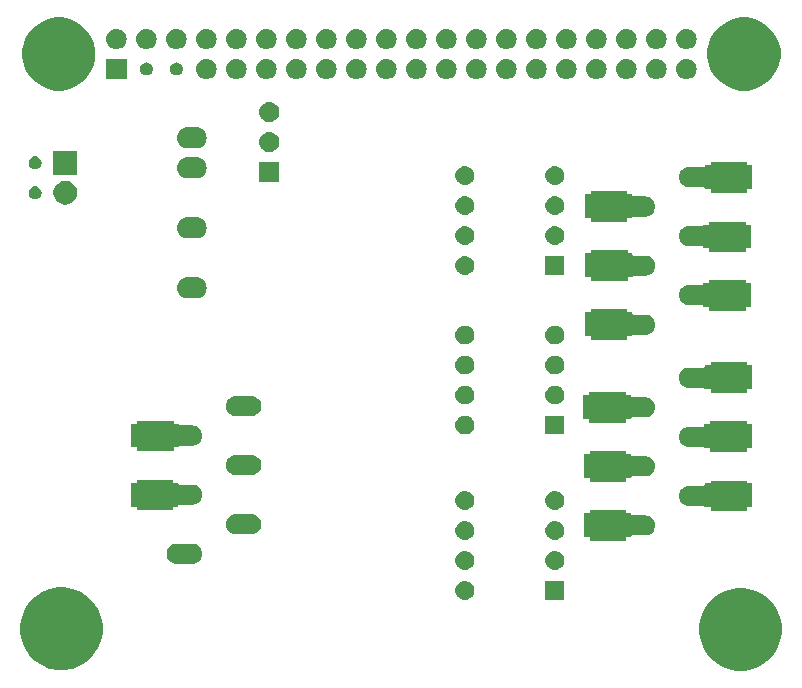
<source format=gbr>
G04 #@! TF.GenerationSoftware,KiCad,Pcbnew,(5.1.0)-1*
G04 #@! TF.CreationDate,2019-03-28T22:22:43+01:00*
G04 #@! TF.ProjectId,debounce_shield,6465626f-756e-4636-955f-736869656c64,rev?*
G04 #@! TF.SameCoordinates,Original*
G04 #@! TF.FileFunction,Soldermask,Bot*
G04 #@! TF.FilePolarity,Negative*
%FSLAX46Y46*%
G04 Gerber Fmt 4.6, Leading zero omitted, Abs format (unit mm)*
G04 Created by KiCad (PCBNEW (5.1.0)-1) date 2019-03-28 22:22:43*
%MOMM*%
%LPD*%
G04 APERTURE LIST*
%ADD10C,0.100000*%
%ADD11C,0.150000*%
G04 APERTURE END LIST*
D10*
G36*
X146035900Y-100195700D02*
G01*
X149035900Y-100195700D01*
X149035900Y-97695700D01*
X146035900Y-97695700D01*
X146035900Y-100195700D01*
G37*
X146035900Y-100195700D02*
X149035900Y-100195700D01*
X149035900Y-97695700D01*
X146035900Y-97695700D01*
X146035900Y-100195700D01*
G36*
X107618400Y-114648300D02*
G01*
X110618400Y-114648300D01*
X110618400Y-112148300D01*
X107618400Y-112148300D01*
X107618400Y-114648300D01*
G37*
X107618400Y-114648300D02*
X110618400Y-114648300D01*
X110618400Y-112148300D01*
X107618400Y-112148300D01*
X107618400Y-114648300D01*
G36*
X107643800Y-109631800D02*
G01*
X110643800Y-109631800D01*
X110643800Y-107131800D01*
X107643800Y-107131800D01*
X107643800Y-109631800D01*
G37*
X107643800Y-109631800D02*
X110643800Y-109631800D01*
X110643800Y-107131800D01*
X107643800Y-107131800D01*
X107643800Y-109631800D01*
G36*
X159208600Y-85237000D02*
G01*
X156208600Y-85237000D01*
X156208600Y-87737000D01*
X159208600Y-87737000D01*
X159208600Y-85237000D01*
G37*
X159208600Y-85237000D02*
X156208600Y-85237000D01*
X156208600Y-87737000D01*
X159208600Y-87737000D01*
X159208600Y-85237000D01*
G36*
X146035900Y-90200800D02*
G01*
X149035900Y-90200800D01*
X149035900Y-87700800D01*
X146035900Y-87700800D01*
X146035900Y-90200800D01*
G37*
X146035900Y-90200800D02*
X149035900Y-90200800D01*
X149035900Y-87700800D01*
X146035900Y-87700800D01*
X146035900Y-90200800D01*
G36*
X145972400Y-117201000D02*
G01*
X148972400Y-117201000D01*
X148972400Y-114701000D01*
X145972400Y-114701000D01*
X145972400Y-117201000D01*
G37*
X145972400Y-117201000D02*
X148972400Y-117201000D01*
X148972400Y-114701000D01*
X145972400Y-114701000D01*
X145972400Y-117201000D01*
G36*
X146074000Y-95204600D02*
G01*
X149074000Y-95204600D01*
X149074000Y-92704600D01*
X146074000Y-92704600D01*
X146074000Y-95204600D01*
G37*
X146074000Y-95204600D02*
X149074000Y-95204600D01*
X149074000Y-92704600D01*
X146074000Y-92704600D01*
X146074000Y-95204600D01*
G36*
X159195900Y-112199100D02*
G01*
X156195900Y-112199100D01*
X156195900Y-114699100D01*
X159195900Y-114699100D01*
X159195900Y-112199100D01*
G37*
X159195900Y-112199100D02*
X156195900Y-112199100D01*
X156195900Y-114699100D01*
X159195900Y-114699100D01*
X159195900Y-112199100D01*
G36*
X145972400Y-112197200D02*
G01*
X148972400Y-112197200D01*
X148972400Y-109697200D01*
X145972400Y-109697200D01*
X145972400Y-112197200D01*
G37*
X145972400Y-112197200D02*
X148972400Y-112197200D01*
X148972400Y-109697200D01*
X145972400Y-109697200D01*
X145972400Y-112197200D01*
G36*
X159170500Y-107169900D02*
G01*
X156170500Y-107169900D01*
X156170500Y-109669900D01*
X159170500Y-109669900D01*
X159170500Y-107169900D01*
G37*
X159170500Y-107169900D02*
X156170500Y-107169900D01*
X156170500Y-109669900D01*
X159170500Y-109669900D01*
X159170500Y-107169900D01*
G36*
X145921600Y-107231500D02*
G01*
X148921600Y-107231500D01*
X148921600Y-104731500D01*
X145921600Y-104731500D01*
X145921600Y-107231500D01*
G37*
X145921600Y-107231500D02*
X148921600Y-107231500D01*
X148921600Y-104731500D01*
X145921600Y-104731500D01*
X145921600Y-107231500D01*
G36*
X159186500Y-102183500D02*
G01*
X156186500Y-102183500D01*
X156186500Y-104683500D01*
X159186500Y-104683500D01*
X159186500Y-102183500D01*
G37*
X159186500Y-102183500D02*
X156186500Y-102183500D01*
X156186500Y-104683500D01*
X159186500Y-104683500D01*
X159186500Y-102183500D01*
G36*
X159072200Y-90274200D02*
G01*
X156072200Y-90274200D01*
X156072200Y-92774200D01*
X159072200Y-92774200D01*
X159072200Y-90274200D01*
G37*
X159072200Y-90274200D02*
X156072200Y-90274200D01*
X156072200Y-92774200D01*
X159072200Y-92774200D01*
X159072200Y-90274200D01*
G36*
X159081600Y-95219200D02*
G01*
X156081600Y-95219200D01*
X156081600Y-97719200D01*
X159081600Y-97719200D01*
X159081600Y-95219200D01*
G37*
X159081600Y-95219200D02*
X156081600Y-95219200D01*
X156081600Y-97719200D01*
X159081600Y-97719200D01*
X159081600Y-95219200D01*
D11*
G36*
X159271786Y-121343173D02*
G01*
X159745512Y-121437403D01*
X160195908Y-121623963D01*
X160275250Y-121656827D01*
X160382472Y-121701240D01*
X160955720Y-122084272D01*
X161443228Y-122571780D01*
X161826260Y-123145028D01*
X162090097Y-123781988D01*
X162224600Y-124458180D01*
X162224600Y-125147620D01*
X162090097Y-125823812D01*
X161826260Y-126460772D01*
X161443228Y-127034020D01*
X160955720Y-127521528D01*
X160382472Y-127904560D01*
X159745512Y-128168397D01*
X159407416Y-128235648D01*
X159069321Y-128302900D01*
X158379879Y-128302900D01*
X158041784Y-128235648D01*
X157703688Y-128168397D01*
X157066728Y-127904560D01*
X156493480Y-127521528D01*
X156005972Y-127034020D01*
X155622940Y-126460772D01*
X155359103Y-125823812D01*
X155224600Y-125147620D01*
X155224600Y-124458180D01*
X155359103Y-123781988D01*
X155622940Y-123145028D01*
X156005972Y-122571780D01*
X156493480Y-122084272D01*
X157066728Y-121701240D01*
X157173951Y-121656827D01*
X157253292Y-121623963D01*
X157703688Y-121437403D01*
X158177414Y-121343173D01*
X158379879Y-121302900D01*
X159069321Y-121302900D01*
X159271786Y-121343173D01*
X159271786Y-121343173D01*
G37*
G36*
X101819109Y-121302900D02*
G01*
X102239912Y-121386603D01*
X102876872Y-121650440D01*
X103450120Y-122033472D01*
X103937628Y-122520980D01*
X104320660Y-123094228D01*
X104584497Y-123731188D01*
X104719000Y-124407380D01*
X104719000Y-125096820D01*
X104584497Y-125773012D01*
X104320660Y-126409972D01*
X103937628Y-126983220D01*
X103450120Y-127470728D01*
X102876872Y-127853760D01*
X102239912Y-128117597D01*
X101984523Y-128168397D01*
X101563721Y-128252100D01*
X100874279Y-128252100D01*
X100453477Y-128168397D01*
X100198088Y-128117597D01*
X99561128Y-127853760D01*
X98987880Y-127470728D01*
X98500372Y-126983220D01*
X98117340Y-126409972D01*
X97853503Y-125773012D01*
X97719000Y-125096820D01*
X97719000Y-124407380D01*
X97853503Y-123731188D01*
X98117340Y-123094228D01*
X98500372Y-122520980D01*
X98987880Y-122033472D01*
X99561128Y-121650440D01*
X100198088Y-121386603D01*
X100618891Y-121302900D01*
X100874279Y-121252100D01*
X101563721Y-121252100D01*
X101819109Y-121302900D01*
X101819109Y-121302900D01*
G37*
G36*
X135458471Y-120703859D02*
G01*
X135536827Y-120711576D01*
X135687628Y-120757321D01*
X135687630Y-120757322D01*
X135826605Y-120831606D01*
X135826607Y-120831607D01*
X135826606Y-120831607D01*
X135948422Y-120931578D01*
X136048393Y-121053394D01*
X136122679Y-121192372D01*
X136168424Y-121343173D01*
X136183870Y-121500000D01*
X136168424Y-121656827D01*
X136154951Y-121701240D01*
X136122678Y-121807630D01*
X136048394Y-121946605D01*
X135948422Y-122068422D01*
X135826605Y-122168394D01*
X135687630Y-122242678D01*
X135687628Y-122242679D01*
X135536827Y-122288424D01*
X135458471Y-122296141D01*
X135419294Y-122300000D01*
X135340706Y-122300000D01*
X135301529Y-122296141D01*
X135223173Y-122288424D01*
X135072372Y-122242679D01*
X135072370Y-122242678D01*
X134933395Y-122168394D01*
X134811578Y-122068422D01*
X134711606Y-121946605D01*
X134637322Y-121807630D01*
X134605049Y-121701240D01*
X134591576Y-121656827D01*
X134576130Y-121500000D01*
X134591576Y-121343173D01*
X134637321Y-121192372D01*
X134711607Y-121053394D01*
X134811578Y-120931578D01*
X134933394Y-120831607D01*
X134933393Y-120831607D01*
X134933395Y-120831606D01*
X135072370Y-120757322D01*
X135072372Y-120757321D01*
X135223173Y-120711576D01*
X135301529Y-120703859D01*
X135340706Y-120700000D01*
X135419294Y-120700000D01*
X135458471Y-120703859D01*
X135458471Y-120703859D01*
G37*
G36*
X143800000Y-122300000D02*
G01*
X142200000Y-122300000D01*
X142200000Y-120700000D01*
X143800000Y-120700000D01*
X143800000Y-122300000D01*
X143800000Y-122300000D01*
G37*
G36*
X135458471Y-118163859D02*
G01*
X135536827Y-118171576D01*
X135687628Y-118217321D01*
X135687630Y-118217322D01*
X135826605Y-118291606D01*
X135826607Y-118291607D01*
X135826606Y-118291607D01*
X135948422Y-118391578D01*
X136048393Y-118513394D01*
X136122679Y-118652372D01*
X136168424Y-118803173D01*
X136183870Y-118960000D01*
X136168424Y-119116827D01*
X136122679Y-119267628D01*
X136122678Y-119267630D01*
X136048394Y-119406605D01*
X135948422Y-119528422D01*
X135826605Y-119628394D01*
X135687630Y-119702678D01*
X135687628Y-119702679D01*
X135536827Y-119748424D01*
X135458471Y-119756141D01*
X135419294Y-119760000D01*
X135340706Y-119760000D01*
X135301529Y-119756141D01*
X135223173Y-119748424D01*
X135072372Y-119702679D01*
X135072370Y-119702678D01*
X134933395Y-119628394D01*
X134811578Y-119528422D01*
X134711606Y-119406605D01*
X134637322Y-119267630D01*
X134637321Y-119267628D01*
X134591576Y-119116827D01*
X134576130Y-118960000D01*
X134591576Y-118803173D01*
X134637321Y-118652372D01*
X134711607Y-118513394D01*
X134811578Y-118391578D01*
X134933394Y-118291607D01*
X134933393Y-118291607D01*
X134933395Y-118291606D01*
X135072370Y-118217322D01*
X135072372Y-118217321D01*
X135223173Y-118171576D01*
X135301529Y-118163859D01*
X135340706Y-118160000D01*
X135419294Y-118160000D01*
X135458471Y-118163859D01*
X135458471Y-118163859D01*
G37*
G36*
X143078471Y-118163859D02*
G01*
X143156827Y-118171576D01*
X143307628Y-118217321D01*
X143307630Y-118217322D01*
X143446605Y-118291606D01*
X143446607Y-118291607D01*
X143446606Y-118291607D01*
X143568422Y-118391578D01*
X143668393Y-118513394D01*
X143742679Y-118652372D01*
X143788424Y-118803173D01*
X143803870Y-118960000D01*
X143788424Y-119116827D01*
X143742679Y-119267628D01*
X143742678Y-119267630D01*
X143668394Y-119406605D01*
X143568422Y-119528422D01*
X143446605Y-119628394D01*
X143307630Y-119702678D01*
X143307628Y-119702679D01*
X143156827Y-119748424D01*
X143078471Y-119756141D01*
X143039294Y-119760000D01*
X142960706Y-119760000D01*
X142921529Y-119756141D01*
X142843173Y-119748424D01*
X142692372Y-119702679D01*
X142692370Y-119702678D01*
X142553395Y-119628394D01*
X142431578Y-119528422D01*
X142331606Y-119406605D01*
X142257322Y-119267630D01*
X142257321Y-119267628D01*
X142211576Y-119116827D01*
X142196130Y-118960000D01*
X142211576Y-118803173D01*
X142257321Y-118652372D01*
X142331607Y-118513394D01*
X142431578Y-118391578D01*
X142553394Y-118291607D01*
X142553393Y-118291607D01*
X142553395Y-118291606D01*
X142692370Y-118217322D01*
X142692372Y-118217321D01*
X142843173Y-118171576D01*
X142921529Y-118163859D01*
X142960706Y-118160000D01*
X143039294Y-118160000D01*
X143078471Y-118163859D01*
X143078471Y-118163859D01*
G37*
G36*
X112462327Y-117551699D02*
G01*
X112542442Y-117576002D01*
X112622555Y-117600303D01*
X112622557Y-117600304D01*
X112770218Y-117679231D01*
X112899649Y-117785451D01*
X113005869Y-117914882D01*
X113084796Y-118062543D01*
X113133401Y-118222773D01*
X113149812Y-118389400D01*
X113133401Y-118556027D01*
X113084796Y-118716257D01*
X113005869Y-118863918D01*
X112899649Y-118993349D01*
X112770218Y-119099569D01*
X112622557Y-119178496D01*
X112622555Y-119178497D01*
X112542442Y-119202798D01*
X112462327Y-119227101D01*
X112337452Y-119239400D01*
X110953948Y-119239400D01*
X110829073Y-119227101D01*
X110748958Y-119202798D01*
X110668845Y-119178497D01*
X110668843Y-119178496D01*
X110521182Y-119099569D01*
X110391751Y-118993349D01*
X110285531Y-118863918D01*
X110206604Y-118716257D01*
X110157999Y-118556027D01*
X110141588Y-118389400D01*
X110157999Y-118222773D01*
X110206604Y-118062543D01*
X110285531Y-117914882D01*
X110391751Y-117785451D01*
X110521182Y-117679231D01*
X110668843Y-117600304D01*
X110668845Y-117600303D01*
X110748958Y-117576002D01*
X110829073Y-117551699D01*
X110953948Y-117539400D01*
X112337452Y-117539400D01*
X112462327Y-117551699D01*
X112462327Y-117551699D01*
G37*
G36*
X143078471Y-115623859D02*
G01*
X143156827Y-115631576D01*
X143307628Y-115677321D01*
X143307630Y-115677322D01*
X143446605Y-115751606D01*
X143568422Y-115851578D01*
X143668394Y-115973395D01*
X143693543Y-116020446D01*
X143742679Y-116112372D01*
X143788424Y-116263173D01*
X143803870Y-116420000D01*
X143788424Y-116576827D01*
X143742679Y-116727628D01*
X143742678Y-116727630D01*
X143668394Y-116866605D01*
X143568422Y-116988422D01*
X143446605Y-117088394D01*
X143307630Y-117162678D01*
X143307628Y-117162679D01*
X143156827Y-117208424D01*
X143078471Y-117216141D01*
X143039294Y-117220000D01*
X142960706Y-117220000D01*
X142921529Y-117216141D01*
X142843173Y-117208424D01*
X142692372Y-117162679D01*
X142692370Y-117162678D01*
X142553395Y-117088394D01*
X142431578Y-116988422D01*
X142331606Y-116866605D01*
X142257322Y-116727630D01*
X142257321Y-116727628D01*
X142211576Y-116576827D01*
X142196130Y-116420000D01*
X142211576Y-116263173D01*
X142257321Y-116112372D01*
X142306457Y-116020446D01*
X142331606Y-115973395D01*
X142431578Y-115851578D01*
X142553395Y-115751606D01*
X142692370Y-115677322D01*
X142692372Y-115677321D01*
X142843173Y-115631576D01*
X142921529Y-115623859D01*
X142960706Y-115620000D01*
X143039294Y-115620000D01*
X143078471Y-115623859D01*
X143078471Y-115623859D01*
G37*
G36*
X135458471Y-115623859D02*
G01*
X135536827Y-115631576D01*
X135687628Y-115677321D01*
X135687630Y-115677322D01*
X135826605Y-115751606D01*
X135948422Y-115851578D01*
X136048394Y-115973395D01*
X136073543Y-116020446D01*
X136122679Y-116112372D01*
X136168424Y-116263173D01*
X136183870Y-116420000D01*
X136168424Y-116576827D01*
X136122679Y-116727628D01*
X136122678Y-116727630D01*
X136048394Y-116866605D01*
X135948422Y-116988422D01*
X135826605Y-117088394D01*
X135687630Y-117162678D01*
X135687628Y-117162679D01*
X135536827Y-117208424D01*
X135458471Y-117216141D01*
X135419294Y-117220000D01*
X135340706Y-117220000D01*
X135301529Y-117216141D01*
X135223173Y-117208424D01*
X135072372Y-117162679D01*
X135072370Y-117162678D01*
X134933395Y-117088394D01*
X134811578Y-116988422D01*
X134711606Y-116866605D01*
X134637322Y-116727630D01*
X134637321Y-116727628D01*
X134591576Y-116576827D01*
X134576130Y-116420000D01*
X134591576Y-116263173D01*
X134637321Y-116112372D01*
X134686457Y-116020446D01*
X134711606Y-115973395D01*
X134811578Y-115851578D01*
X134933395Y-115751606D01*
X135072370Y-115677322D01*
X135072372Y-115677321D01*
X135223173Y-115631576D01*
X135301529Y-115623859D01*
X135340706Y-115620000D01*
X135419294Y-115620000D01*
X135458471Y-115623859D01*
X135458471Y-115623859D01*
G37*
G36*
X146479448Y-114943952D02*
G01*
X146481915Y-114952084D01*
X146493466Y-114973695D01*
X146509006Y-114992631D01*
X146967375Y-115451000D01*
X146555757Y-115862618D01*
X146540217Y-115881554D01*
X146528666Y-115903165D01*
X146521553Y-115926614D01*
X146519151Y-115951000D01*
X146521553Y-115975386D01*
X146528666Y-115998835D01*
X146540217Y-116020446D01*
X146555757Y-116039382D01*
X146967375Y-116451000D01*
X146509006Y-116909369D01*
X146493466Y-116928305D01*
X146481915Y-116949916D01*
X146479448Y-116958048D01*
X146472400Y-116960186D01*
X146450035Y-116953402D01*
X146425649Y-116951000D01*
X145472400Y-116951000D01*
X145472400Y-114951000D01*
X146425649Y-114951000D01*
X146450035Y-114948598D01*
X146472400Y-114941814D01*
X146479448Y-114943952D01*
X146479448Y-114943952D01*
G37*
G36*
X148494765Y-114948598D02*
G01*
X148519151Y-114951000D01*
X149472400Y-114951000D01*
X149472400Y-115025001D01*
X149474802Y-115049387D01*
X149481915Y-115072836D01*
X149493466Y-115094447D01*
X149509011Y-115113389D01*
X149527953Y-115128934D01*
X149549564Y-115140485D01*
X149573013Y-115147598D01*
X149597399Y-115150000D01*
X150691752Y-115150000D01*
X150816627Y-115162299D01*
X150872448Y-115179232D01*
X150976855Y-115210903D01*
X150976857Y-115210904D01*
X151124518Y-115289831D01*
X151253949Y-115396051D01*
X151360169Y-115525482D01*
X151410690Y-115620000D01*
X151439097Y-115673145D01*
X151454151Y-115722773D01*
X151487701Y-115833373D01*
X151504112Y-116000000D01*
X151487701Y-116166627D01*
X151439096Y-116326857D01*
X151360169Y-116474518D01*
X151253949Y-116603949D01*
X151124518Y-116710169D01*
X150976857Y-116789096D01*
X150976855Y-116789097D01*
X150896742Y-116813399D01*
X150816627Y-116837701D01*
X150691752Y-116850000D01*
X149597399Y-116850000D01*
X149573013Y-116852402D01*
X149549564Y-116859515D01*
X149527953Y-116871066D01*
X149509011Y-116886611D01*
X149493466Y-116905553D01*
X149481915Y-116927164D01*
X149474802Y-116950613D01*
X149474764Y-116951000D01*
X148519151Y-116951000D01*
X148494765Y-116953402D01*
X148472400Y-116960186D01*
X148465352Y-116958048D01*
X148462885Y-116949916D01*
X148451334Y-116928305D01*
X148435794Y-116909369D01*
X147977425Y-116451000D01*
X148389043Y-116039382D01*
X148404583Y-116020446D01*
X148416134Y-115998835D01*
X148423247Y-115975386D01*
X148425649Y-115951000D01*
X148423247Y-115926614D01*
X148416134Y-115903165D01*
X148404583Y-115881554D01*
X148389043Y-115862618D01*
X147977425Y-115451000D01*
X148435794Y-114992631D01*
X148451334Y-114973695D01*
X148462885Y-114952084D01*
X148465352Y-114943952D01*
X148472400Y-114941814D01*
X148494765Y-114948598D01*
X148494765Y-114948598D01*
G37*
G36*
X117462327Y-115051699D02*
G01*
X117532007Y-115072836D01*
X117622555Y-115100303D01*
X117622557Y-115100304D01*
X117770218Y-115179231D01*
X117899649Y-115285451D01*
X118005869Y-115414882D01*
X118084796Y-115562543D01*
X118133401Y-115722773D01*
X118149812Y-115889400D01*
X118133401Y-116056027D01*
X118133400Y-116056029D01*
X118099851Y-116166629D01*
X118084796Y-116216257D01*
X118005869Y-116363918D01*
X117899649Y-116493349D01*
X117770218Y-116599569D01*
X117622557Y-116678496D01*
X117622555Y-116678497D01*
X117542442Y-116702798D01*
X117462327Y-116727101D01*
X117337452Y-116739400D01*
X115953948Y-116739400D01*
X115829073Y-116727101D01*
X115748958Y-116702798D01*
X115668845Y-116678497D01*
X115668843Y-116678496D01*
X115521182Y-116599569D01*
X115391751Y-116493349D01*
X115285531Y-116363918D01*
X115206604Y-116216257D01*
X115191550Y-116166629D01*
X115158000Y-116056029D01*
X115157999Y-116056027D01*
X115141588Y-115889400D01*
X115157999Y-115722773D01*
X115206604Y-115562543D01*
X115285531Y-115414882D01*
X115391751Y-115285451D01*
X115521182Y-115179231D01*
X115668843Y-115100304D01*
X115668845Y-115100303D01*
X115759393Y-115072836D01*
X115829073Y-115051699D01*
X115953948Y-115039400D01*
X117337452Y-115039400D01*
X117462327Y-115051699D01*
X117462327Y-115051699D01*
G37*
G36*
X143078471Y-113083859D02*
G01*
X143156827Y-113091576D01*
X143307628Y-113137321D01*
X143307630Y-113137322D01*
X143446605Y-113211606D01*
X143568422Y-113311578D01*
X143668394Y-113433395D01*
X143742678Y-113572370D01*
X143742679Y-113572372D01*
X143788424Y-113723173D01*
X143803870Y-113880000D01*
X143788424Y-114036827D01*
X143742679Y-114187628D01*
X143742678Y-114187630D01*
X143668394Y-114326605D01*
X143568422Y-114448422D01*
X143446605Y-114548394D01*
X143307630Y-114622678D01*
X143307628Y-114622679D01*
X143156827Y-114668424D01*
X143078471Y-114676141D01*
X143039294Y-114680000D01*
X142960706Y-114680000D01*
X142921529Y-114676141D01*
X142843173Y-114668424D01*
X142692372Y-114622679D01*
X142692370Y-114622678D01*
X142553395Y-114548394D01*
X142431578Y-114448422D01*
X142331606Y-114326605D01*
X142257322Y-114187630D01*
X142257321Y-114187628D01*
X142211576Y-114036827D01*
X142196130Y-113880000D01*
X142211576Y-113723173D01*
X142257321Y-113572372D01*
X142257322Y-113572370D01*
X142331606Y-113433395D01*
X142431578Y-113311578D01*
X142553395Y-113211606D01*
X142692370Y-113137322D01*
X142692372Y-113137321D01*
X142843173Y-113091576D01*
X142921529Y-113083859D01*
X142960706Y-113080000D01*
X143039294Y-113080000D01*
X143078471Y-113083859D01*
X143078471Y-113083859D01*
G37*
G36*
X135458471Y-113083859D02*
G01*
X135536827Y-113091576D01*
X135687628Y-113137321D01*
X135687630Y-113137322D01*
X135826605Y-113211606D01*
X135948422Y-113311578D01*
X136048394Y-113433395D01*
X136122678Y-113572370D01*
X136122679Y-113572372D01*
X136168424Y-113723173D01*
X136183870Y-113880000D01*
X136168424Y-114036827D01*
X136122679Y-114187628D01*
X136122678Y-114187630D01*
X136048394Y-114326605D01*
X135948422Y-114448422D01*
X135826605Y-114548394D01*
X135687630Y-114622678D01*
X135687628Y-114622679D01*
X135536827Y-114668424D01*
X135458471Y-114676141D01*
X135419294Y-114680000D01*
X135340706Y-114680000D01*
X135301529Y-114676141D01*
X135223173Y-114668424D01*
X135072372Y-114622679D01*
X135072370Y-114622678D01*
X134933395Y-114548394D01*
X134811578Y-114448422D01*
X134711606Y-114326605D01*
X134637322Y-114187630D01*
X134637321Y-114187628D01*
X134591576Y-114036827D01*
X134576130Y-113880000D01*
X134591576Y-113723173D01*
X134637321Y-113572372D01*
X134637322Y-113572370D01*
X134711606Y-113433395D01*
X134811578Y-113311578D01*
X134933395Y-113211606D01*
X135072370Y-113137322D01*
X135072372Y-113137321D01*
X135223173Y-113091576D01*
X135301529Y-113083859D01*
X135340706Y-113080000D01*
X135419294Y-113080000D01*
X135458471Y-113083859D01*
X135458471Y-113083859D01*
G37*
G36*
X158718265Y-112446698D02*
G01*
X158742651Y-112449100D01*
X159695900Y-112449100D01*
X159695900Y-114449100D01*
X158742651Y-114449100D01*
X158718265Y-114451502D01*
X158695900Y-114458286D01*
X158688852Y-114456148D01*
X158686385Y-114448016D01*
X158674834Y-114426405D01*
X158659294Y-114407469D01*
X158200925Y-113949100D01*
X158612543Y-113537482D01*
X158628083Y-113518546D01*
X158639634Y-113496935D01*
X158646747Y-113473486D01*
X158649149Y-113449100D01*
X158646747Y-113424714D01*
X158639634Y-113401265D01*
X158628083Y-113379654D01*
X158612543Y-113360718D01*
X158200925Y-112949100D01*
X158659294Y-112490731D01*
X158674834Y-112471795D01*
X158686385Y-112450184D01*
X158688852Y-112442052D01*
X158695900Y-112439914D01*
X158718265Y-112446698D01*
X158718265Y-112446698D01*
G37*
G36*
X156702948Y-112442052D02*
G01*
X156705415Y-112450184D01*
X156716966Y-112471795D01*
X156732506Y-112490731D01*
X157190875Y-112949100D01*
X156779257Y-113360718D01*
X156763717Y-113379654D01*
X156752166Y-113401265D01*
X156745053Y-113424714D01*
X156742651Y-113449100D01*
X156745053Y-113473486D01*
X156752166Y-113496935D01*
X156763717Y-113518546D01*
X156779257Y-113537482D01*
X157190875Y-113949100D01*
X156732506Y-114407469D01*
X156716966Y-114426405D01*
X156705415Y-114448016D01*
X156702948Y-114456148D01*
X156695900Y-114458286D01*
X156673535Y-114451502D01*
X156649149Y-114449100D01*
X155693039Y-114449100D01*
X155686385Y-114427164D01*
X155674834Y-114405553D01*
X155659289Y-114386611D01*
X155640347Y-114371066D01*
X155618736Y-114359515D01*
X155595287Y-114352402D01*
X155570901Y-114350000D01*
X154308248Y-114350000D01*
X154183373Y-114337701D01*
X154103258Y-114313398D01*
X154023145Y-114289097D01*
X153998663Y-114276011D01*
X153875482Y-114210169D01*
X153746051Y-114103949D01*
X153639831Y-113974518D01*
X153560904Y-113826857D01*
X153512299Y-113666627D01*
X153495888Y-113500000D01*
X153512299Y-113333373D01*
X153545849Y-113222773D01*
X153560903Y-113173145D01*
X153580051Y-113137322D01*
X153639831Y-113025482D01*
X153746051Y-112896051D01*
X153875482Y-112789831D01*
X154023143Y-112710904D01*
X154023145Y-112710903D01*
X154127552Y-112679232D01*
X154183373Y-112662299D01*
X154308248Y-112650000D01*
X155570901Y-112650000D01*
X155595287Y-112647598D01*
X155618736Y-112640485D01*
X155640347Y-112628934D01*
X155659289Y-112613389D01*
X155674834Y-112594447D01*
X155686385Y-112572836D01*
X155693498Y-112549387D01*
X155695900Y-112525001D01*
X155695900Y-112449100D01*
X156649149Y-112449100D01*
X156673535Y-112446698D01*
X156695900Y-112439914D01*
X156702948Y-112442052D01*
X156702948Y-112442052D01*
G37*
G36*
X108125448Y-112391252D02*
G01*
X108127915Y-112399384D01*
X108139466Y-112420995D01*
X108155006Y-112439931D01*
X108613375Y-112898300D01*
X108201757Y-113309918D01*
X108186217Y-113328854D01*
X108174666Y-113350465D01*
X108167553Y-113373914D01*
X108165151Y-113398300D01*
X108167553Y-113422686D01*
X108174666Y-113446135D01*
X108186217Y-113467746D01*
X108201757Y-113486682D01*
X108613375Y-113898300D01*
X108155006Y-114356669D01*
X108139466Y-114375605D01*
X108127915Y-114397216D01*
X108125448Y-114405348D01*
X108118400Y-114407486D01*
X108096035Y-114400702D01*
X108071649Y-114398300D01*
X107118400Y-114398300D01*
X107118400Y-112398300D01*
X108071649Y-112398300D01*
X108096035Y-112395898D01*
X108118400Y-112389114D01*
X108125448Y-112391252D01*
X108125448Y-112391252D01*
G37*
G36*
X110140765Y-112395898D02*
G01*
X110165151Y-112398300D01*
X111118400Y-112398300D01*
X111118400Y-112414401D01*
X111120802Y-112438787D01*
X111127915Y-112462236D01*
X111139466Y-112483847D01*
X111155011Y-112502789D01*
X111173953Y-112518334D01*
X111195564Y-112529885D01*
X111219013Y-112536998D01*
X111243399Y-112539400D01*
X112337452Y-112539400D01*
X112462327Y-112551699D01*
X112532007Y-112572836D01*
X112622555Y-112600303D01*
X112622557Y-112600304D01*
X112770218Y-112679231D01*
X112899649Y-112785451D01*
X113005868Y-112914881D01*
X113084797Y-113062545D01*
X113093603Y-113091576D01*
X113133401Y-113222773D01*
X113149812Y-113389400D01*
X113133401Y-113556027D01*
X113133400Y-113556029D01*
X113099851Y-113666629D01*
X113084796Y-113716257D01*
X113005869Y-113863918D01*
X112899649Y-113993349D01*
X112770218Y-114099569D01*
X112622557Y-114178496D01*
X112622555Y-114178497D01*
X112542442Y-114202798D01*
X112462327Y-114227101D01*
X112337452Y-114239400D01*
X111243399Y-114239400D01*
X111219013Y-114241802D01*
X111195564Y-114248915D01*
X111173953Y-114260466D01*
X111155011Y-114276011D01*
X111139466Y-114294953D01*
X111127915Y-114316564D01*
X111120802Y-114340013D01*
X111118400Y-114364399D01*
X111118400Y-114398300D01*
X110165151Y-114398300D01*
X110140765Y-114400702D01*
X110118400Y-114407486D01*
X110111352Y-114405348D01*
X110108885Y-114397216D01*
X110097334Y-114375605D01*
X110081794Y-114356669D01*
X109623425Y-113898300D01*
X110035043Y-113486682D01*
X110050583Y-113467746D01*
X110062134Y-113446135D01*
X110069247Y-113422686D01*
X110071649Y-113398300D01*
X110069247Y-113373914D01*
X110062134Y-113350465D01*
X110050583Y-113328854D01*
X110035043Y-113309918D01*
X109623425Y-112898300D01*
X110081794Y-112439931D01*
X110097334Y-112420995D01*
X110108885Y-112399384D01*
X110111352Y-112391252D01*
X110118400Y-112389114D01*
X110140765Y-112395898D01*
X110140765Y-112395898D01*
G37*
G36*
X148494765Y-109944798D02*
G01*
X148519151Y-109947200D01*
X149472400Y-109947200D01*
X149472400Y-110025001D01*
X149474802Y-110049387D01*
X149481915Y-110072836D01*
X149493466Y-110094447D01*
X149509011Y-110113389D01*
X149527953Y-110128934D01*
X149549564Y-110140485D01*
X149573013Y-110147598D01*
X149597399Y-110150000D01*
X150691752Y-110150000D01*
X150816627Y-110162299D01*
X150872448Y-110179232D01*
X150976855Y-110210903D01*
X150976857Y-110210904D01*
X151124518Y-110289831D01*
X151253949Y-110396051D01*
X151360169Y-110525482D01*
X151439096Y-110673143D01*
X151439097Y-110673145D01*
X151454151Y-110722773D01*
X151487701Y-110833373D01*
X151504112Y-111000000D01*
X151487701Y-111166627D01*
X151439096Y-111326857D01*
X151360169Y-111474518D01*
X151253949Y-111603949D01*
X151124518Y-111710169D01*
X150976857Y-111789096D01*
X150976855Y-111789097D01*
X150896742Y-111813399D01*
X150816627Y-111837701D01*
X150691752Y-111850000D01*
X149597399Y-111850000D01*
X149573013Y-111852402D01*
X149549564Y-111859515D01*
X149527953Y-111871066D01*
X149509011Y-111886611D01*
X149493466Y-111905553D01*
X149481915Y-111927164D01*
X149475837Y-111947200D01*
X148519151Y-111947200D01*
X148494765Y-111949602D01*
X148472400Y-111956386D01*
X148465352Y-111954248D01*
X148462885Y-111946116D01*
X148451334Y-111924505D01*
X148435794Y-111905569D01*
X147977425Y-111447200D01*
X148389043Y-111035582D01*
X148404583Y-111016646D01*
X148416134Y-110995035D01*
X148423247Y-110971586D01*
X148425649Y-110947200D01*
X148423247Y-110922814D01*
X148416134Y-110899365D01*
X148404583Y-110877754D01*
X148389043Y-110858818D01*
X147977425Y-110447200D01*
X148435794Y-109988831D01*
X148451334Y-109969895D01*
X148462885Y-109948284D01*
X148465352Y-109940152D01*
X148472400Y-109938014D01*
X148494765Y-109944798D01*
X148494765Y-109944798D01*
G37*
G36*
X146479448Y-109940152D02*
G01*
X146481915Y-109948284D01*
X146493466Y-109969895D01*
X146509006Y-109988831D01*
X146967375Y-110447200D01*
X146555757Y-110858818D01*
X146540217Y-110877754D01*
X146528666Y-110899365D01*
X146521553Y-110922814D01*
X146519151Y-110947200D01*
X146521553Y-110971586D01*
X146528666Y-110995035D01*
X146540217Y-111016646D01*
X146555757Y-111035582D01*
X146967375Y-111447200D01*
X146509006Y-111905569D01*
X146493466Y-111924505D01*
X146481915Y-111946116D01*
X146479448Y-111954248D01*
X146472400Y-111956386D01*
X146450035Y-111949602D01*
X146425649Y-111947200D01*
X145472400Y-111947200D01*
X145472400Y-109947200D01*
X146425649Y-109947200D01*
X146450035Y-109944798D01*
X146472400Y-109938014D01*
X146479448Y-109940152D01*
X146479448Y-109940152D01*
G37*
G36*
X117462327Y-110051699D02*
G01*
X117532007Y-110072836D01*
X117622555Y-110100303D01*
X117622557Y-110100304D01*
X117770218Y-110179231D01*
X117899649Y-110285451D01*
X118005869Y-110414882D01*
X118084796Y-110562543D01*
X118133401Y-110722773D01*
X118149812Y-110889400D01*
X118133401Y-111056027D01*
X118133400Y-111056029D01*
X118099851Y-111166629D01*
X118084796Y-111216257D01*
X118005869Y-111363918D01*
X117899649Y-111493349D01*
X117770218Y-111599569D01*
X117622557Y-111678496D01*
X117622555Y-111678497D01*
X117542442Y-111702798D01*
X117462327Y-111727101D01*
X117337452Y-111739400D01*
X115953948Y-111739400D01*
X115829073Y-111727101D01*
X115748958Y-111702798D01*
X115668845Y-111678497D01*
X115668843Y-111678496D01*
X115521182Y-111599569D01*
X115391751Y-111493349D01*
X115285531Y-111363918D01*
X115206604Y-111216257D01*
X115191550Y-111166629D01*
X115158000Y-111056029D01*
X115157999Y-111056027D01*
X115141588Y-110889400D01*
X115157999Y-110722773D01*
X115206604Y-110562543D01*
X115285531Y-110414882D01*
X115391751Y-110285451D01*
X115521182Y-110179231D01*
X115668843Y-110100304D01*
X115668845Y-110100303D01*
X115759393Y-110072836D01*
X115829073Y-110051699D01*
X115953948Y-110039400D01*
X117337452Y-110039400D01*
X117462327Y-110051699D01*
X117462327Y-110051699D01*
G37*
G36*
X156677548Y-107412852D02*
G01*
X156680015Y-107420984D01*
X156691566Y-107442595D01*
X156707106Y-107461531D01*
X157165475Y-107919900D01*
X156753857Y-108331518D01*
X156738317Y-108350454D01*
X156726766Y-108372065D01*
X156719653Y-108395514D01*
X156717251Y-108419900D01*
X156719653Y-108444286D01*
X156726766Y-108467735D01*
X156738317Y-108489346D01*
X156753857Y-108508282D01*
X157165475Y-108919900D01*
X156707106Y-109378269D01*
X156691566Y-109397205D01*
X156680015Y-109418816D01*
X156677548Y-109426948D01*
X156670500Y-109429086D01*
X156648135Y-109422302D01*
X156623749Y-109419900D01*
X155657102Y-109419900D01*
X155649434Y-109405553D01*
X155633889Y-109386611D01*
X155614947Y-109371066D01*
X155593336Y-109359515D01*
X155569887Y-109352402D01*
X155545501Y-109350000D01*
X154308248Y-109350000D01*
X154183373Y-109337701D01*
X154103258Y-109313398D01*
X154023145Y-109289097D01*
X153998663Y-109276011D01*
X153875482Y-109210169D01*
X153746051Y-109103949D01*
X153639831Y-108974518D01*
X153560904Y-108826857D01*
X153512299Y-108666627D01*
X153495888Y-108500000D01*
X153512299Y-108333373D01*
X153545849Y-108222773D01*
X153560903Y-108173145D01*
X153616879Y-108068422D01*
X153639831Y-108025482D01*
X153746051Y-107896051D01*
X153875482Y-107789831D01*
X154023143Y-107710904D01*
X154023145Y-107710903D01*
X154127552Y-107679232D01*
X154183373Y-107662299D01*
X154308248Y-107650000D01*
X155545501Y-107650000D01*
X155569887Y-107647598D01*
X155593336Y-107640485D01*
X155614947Y-107628934D01*
X155633889Y-107613389D01*
X155649434Y-107594447D01*
X155660985Y-107572836D01*
X155668098Y-107549387D01*
X155670500Y-107525001D01*
X155670500Y-107419900D01*
X156623749Y-107419900D01*
X156648135Y-107417498D01*
X156670500Y-107410714D01*
X156677548Y-107412852D01*
X156677548Y-107412852D01*
G37*
G36*
X158692865Y-107417498D02*
G01*
X158717251Y-107419900D01*
X159670500Y-107419900D01*
X159670500Y-109419900D01*
X158717251Y-109419900D01*
X158692865Y-109422302D01*
X158670500Y-109429086D01*
X158663452Y-109426948D01*
X158660985Y-109418816D01*
X158649434Y-109397205D01*
X158633894Y-109378269D01*
X158175525Y-108919900D01*
X158587143Y-108508282D01*
X158602683Y-108489346D01*
X158614234Y-108467735D01*
X158621347Y-108444286D01*
X158623749Y-108419900D01*
X158621347Y-108395514D01*
X158614234Y-108372065D01*
X158602683Y-108350454D01*
X158587143Y-108331518D01*
X158175525Y-107919900D01*
X158633894Y-107461531D01*
X158649434Y-107442595D01*
X158660985Y-107420984D01*
X158663452Y-107412852D01*
X158670500Y-107410714D01*
X158692865Y-107417498D01*
X158692865Y-107417498D01*
G37*
G36*
X108150848Y-107374752D02*
G01*
X108153315Y-107382884D01*
X108164866Y-107404495D01*
X108180406Y-107423431D01*
X108638775Y-107881800D01*
X108227157Y-108293418D01*
X108211617Y-108312354D01*
X108200066Y-108333965D01*
X108192953Y-108357414D01*
X108190551Y-108381800D01*
X108192953Y-108406186D01*
X108200066Y-108429635D01*
X108211617Y-108451246D01*
X108227157Y-108470182D01*
X108638775Y-108881800D01*
X108180406Y-109340169D01*
X108164866Y-109359105D01*
X108153315Y-109380716D01*
X108150848Y-109388848D01*
X108143800Y-109390986D01*
X108121435Y-109384202D01*
X108097049Y-109381800D01*
X107143800Y-109381800D01*
X107143800Y-107381800D01*
X108097049Y-107381800D01*
X108121435Y-107379398D01*
X108143800Y-107372614D01*
X108150848Y-107374752D01*
X108150848Y-107374752D01*
G37*
G36*
X110166165Y-107379398D02*
G01*
X110190551Y-107381800D01*
X111143800Y-107381800D01*
X111143800Y-107414401D01*
X111146202Y-107438787D01*
X111153315Y-107462236D01*
X111164866Y-107483847D01*
X111180411Y-107502789D01*
X111199353Y-107518334D01*
X111220964Y-107529885D01*
X111244413Y-107536998D01*
X111268799Y-107539400D01*
X112337452Y-107539400D01*
X112462327Y-107551699D01*
X112532007Y-107572836D01*
X112622555Y-107600303D01*
X112622557Y-107600304D01*
X112770218Y-107679231D01*
X112899649Y-107785451D01*
X113005868Y-107914881D01*
X113084797Y-108062545D01*
X113109098Y-108142658D01*
X113133401Y-108222773D01*
X113149812Y-108389400D01*
X113133401Y-108556027D01*
X113133400Y-108556029D01*
X113099851Y-108666629D01*
X113084796Y-108716257D01*
X113005869Y-108863918D01*
X112899649Y-108993349D01*
X112770218Y-109099569D01*
X112622557Y-109178496D01*
X112622555Y-109178497D01*
X112542442Y-109202799D01*
X112462327Y-109227101D01*
X112337452Y-109239400D01*
X111268799Y-109239400D01*
X111244413Y-109241802D01*
X111220964Y-109248915D01*
X111199353Y-109260466D01*
X111180411Y-109276011D01*
X111164866Y-109294953D01*
X111153315Y-109316564D01*
X111146202Y-109340013D01*
X111143800Y-109364399D01*
X111143800Y-109381800D01*
X110190551Y-109381800D01*
X110166165Y-109384202D01*
X110143800Y-109390986D01*
X110136752Y-109388848D01*
X110134285Y-109380716D01*
X110122734Y-109359105D01*
X110107194Y-109340169D01*
X109648825Y-108881800D01*
X110060443Y-108470182D01*
X110075983Y-108451246D01*
X110087534Y-108429635D01*
X110094647Y-108406186D01*
X110097049Y-108381800D01*
X110094647Y-108357414D01*
X110087534Y-108333965D01*
X110075983Y-108312354D01*
X110060443Y-108293418D01*
X109648825Y-107881800D01*
X110107194Y-107423431D01*
X110122734Y-107404495D01*
X110134285Y-107382884D01*
X110136752Y-107374752D01*
X110143800Y-107372614D01*
X110166165Y-107379398D01*
X110166165Y-107379398D01*
G37*
G36*
X135458471Y-106703859D02*
G01*
X135536827Y-106711576D01*
X135687628Y-106757321D01*
X135687630Y-106757322D01*
X135826605Y-106831606D01*
X135948422Y-106931578D01*
X135964044Y-106950613D01*
X136048393Y-107053394D01*
X136122679Y-107192372D01*
X136168424Y-107343173D01*
X136183870Y-107500000D01*
X136168424Y-107656827D01*
X136128077Y-107789832D01*
X136122678Y-107807630D01*
X136048394Y-107946605D01*
X135948422Y-108068422D01*
X135826605Y-108168394D01*
X135724873Y-108222771D01*
X135687628Y-108242679D01*
X135536827Y-108288424D01*
X135458471Y-108296141D01*
X135419294Y-108300000D01*
X135340706Y-108300000D01*
X135301529Y-108296141D01*
X135223173Y-108288424D01*
X135072372Y-108242679D01*
X135035127Y-108222771D01*
X134933395Y-108168394D01*
X134811578Y-108068422D01*
X134711606Y-107946605D01*
X134637322Y-107807630D01*
X134631923Y-107789832D01*
X134591576Y-107656827D01*
X134576130Y-107500000D01*
X134591576Y-107343173D01*
X134637321Y-107192372D01*
X134711607Y-107053394D01*
X134795957Y-106950613D01*
X134811578Y-106931578D01*
X134933395Y-106831606D01*
X135072370Y-106757322D01*
X135072372Y-106757321D01*
X135223173Y-106711576D01*
X135301529Y-106703859D01*
X135340706Y-106700000D01*
X135419294Y-106700000D01*
X135458471Y-106703859D01*
X135458471Y-106703859D01*
G37*
G36*
X143800000Y-108300000D02*
G01*
X142200000Y-108300000D01*
X142200000Y-106700000D01*
X143800000Y-106700000D01*
X143800000Y-108300000D01*
X143800000Y-108300000D01*
G37*
G36*
X146428648Y-104974452D02*
G01*
X146431115Y-104982584D01*
X146442666Y-105004195D01*
X146458206Y-105023131D01*
X146916575Y-105481500D01*
X146504957Y-105893118D01*
X146489417Y-105912054D01*
X146477866Y-105933665D01*
X146470753Y-105957114D01*
X146468351Y-105981500D01*
X146470753Y-106005886D01*
X146477866Y-106029335D01*
X146489417Y-106050946D01*
X146504957Y-106069882D01*
X146916575Y-106481500D01*
X146458206Y-106939869D01*
X146442666Y-106958805D01*
X146431115Y-106980416D01*
X146428648Y-106988548D01*
X146421600Y-106990686D01*
X146399235Y-106983902D01*
X146374849Y-106981500D01*
X145421600Y-106981500D01*
X145421600Y-104981500D01*
X146374849Y-104981500D01*
X146399235Y-104979098D01*
X146421600Y-104972314D01*
X146428648Y-104974452D01*
X146428648Y-104974452D01*
G37*
G36*
X148443965Y-104979098D02*
G01*
X148468351Y-104981500D01*
X149421600Y-104981500D01*
X149421600Y-105025001D01*
X149424002Y-105049387D01*
X149431115Y-105072836D01*
X149442666Y-105094447D01*
X149458211Y-105113389D01*
X149477153Y-105128934D01*
X149498764Y-105140485D01*
X149522213Y-105147598D01*
X149546599Y-105150000D01*
X150691752Y-105150000D01*
X150816627Y-105162299D01*
X150872448Y-105179232D01*
X150976855Y-105210903D01*
X150976857Y-105210904D01*
X151124518Y-105289831D01*
X151253949Y-105396051D01*
X151360169Y-105525482D01*
X151415176Y-105628393D01*
X151439097Y-105673145D01*
X151454151Y-105722773D01*
X151487701Y-105833373D01*
X151504112Y-106000000D01*
X151487701Y-106166627D01*
X151439096Y-106326857D01*
X151360169Y-106474518D01*
X151253949Y-106603949D01*
X151124518Y-106710169D01*
X150976857Y-106789096D01*
X150976855Y-106789097D01*
X150896742Y-106813398D01*
X150816627Y-106837701D01*
X150691752Y-106850000D01*
X149546599Y-106850000D01*
X149522213Y-106852402D01*
X149498764Y-106859515D01*
X149477153Y-106871066D01*
X149458211Y-106886611D01*
X149442666Y-106905553D01*
X149431115Y-106927164D01*
X149424002Y-106950613D01*
X149421600Y-106974999D01*
X149421600Y-106981500D01*
X148468351Y-106981500D01*
X148443965Y-106983902D01*
X148421600Y-106990686D01*
X148414552Y-106988548D01*
X148412085Y-106980416D01*
X148400534Y-106958805D01*
X148384994Y-106939869D01*
X147926625Y-106481500D01*
X148338243Y-106069882D01*
X148353783Y-106050946D01*
X148365334Y-106029335D01*
X148372447Y-106005886D01*
X148374849Y-105981500D01*
X148372447Y-105957114D01*
X148365334Y-105933665D01*
X148353783Y-105912054D01*
X148338243Y-105893118D01*
X147926625Y-105481500D01*
X148384994Y-105023131D01*
X148400534Y-105004195D01*
X148412085Y-104982584D01*
X148414552Y-104974452D01*
X148421600Y-104972314D01*
X148443965Y-104979098D01*
X148443965Y-104979098D01*
G37*
G36*
X117462327Y-105051699D02*
G01*
X117532007Y-105072836D01*
X117622555Y-105100303D01*
X117622557Y-105100304D01*
X117770218Y-105179231D01*
X117899649Y-105285451D01*
X118005869Y-105414882D01*
X118084796Y-105562543D01*
X118133401Y-105722773D01*
X118149812Y-105889400D01*
X118133401Y-106056027D01*
X118133400Y-106056029D01*
X118099851Y-106166629D01*
X118084796Y-106216257D01*
X118005869Y-106363918D01*
X117899649Y-106493349D01*
X117770218Y-106599569D01*
X117622557Y-106678496D01*
X117622555Y-106678497D01*
X117542442Y-106702798D01*
X117462327Y-106727101D01*
X117337452Y-106739400D01*
X115953948Y-106739400D01*
X115829073Y-106727101D01*
X115748958Y-106702798D01*
X115668845Y-106678497D01*
X115668843Y-106678496D01*
X115521182Y-106599569D01*
X115391751Y-106493349D01*
X115285531Y-106363918D01*
X115206604Y-106216257D01*
X115191550Y-106166629D01*
X115158000Y-106056029D01*
X115157999Y-106056027D01*
X115141588Y-105889400D01*
X115157999Y-105722773D01*
X115206604Y-105562543D01*
X115285531Y-105414882D01*
X115391751Y-105285451D01*
X115521182Y-105179231D01*
X115668843Y-105100304D01*
X115668845Y-105100303D01*
X115759393Y-105072836D01*
X115829073Y-105051699D01*
X115953948Y-105039400D01*
X117337452Y-105039400D01*
X117462327Y-105051699D01*
X117462327Y-105051699D01*
G37*
G36*
X135458471Y-104163859D02*
G01*
X135536827Y-104171576D01*
X135687628Y-104217321D01*
X135687630Y-104217322D01*
X135826605Y-104291606D01*
X135948422Y-104391578D01*
X135984798Y-104435902D01*
X136048393Y-104513394D01*
X136122679Y-104652372D01*
X136168424Y-104803173D01*
X136183870Y-104960000D01*
X136168424Y-105116827D01*
X136139886Y-105210903D01*
X136122678Y-105267630D01*
X136048394Y-105406605D01*
X135948422Y-105528422D01*
X135826605Y-105628394D01*
X135742882Y-105673145D01*
X135687628Y-105702679D01*
X135536827Y-105748424D01*
X135458471Y-105756141D01*
X135419294Y-105760000D01*
X135340706Y-105760000D01*
X135301529Y-105756141D01*
X135223173Y-105748424D01*
X135072372Y-105702679D01*
X135017118Y-105673145D01*
X134933395Y-105628394D01*
X134811578Y-105528422D01*
X134711606Y-105406605D01*
X134637322Y-105267630D01*
X134620114Y-105210903D01*
X134591576Y-105116827D01*
X134576130Y-104960000D01*
X134591576Y-104803173D01*
X134637321Y-104652372D01*
X134711607Y-104513394D01*
X134775203Y-104435902D01*
X134811578Y-104391578D01*
X134933395Y-104291606D01*
X135072370Y-104217322D01*
X135072372Y-104217321D01*
X135223173Y-104171576D01*
X135301529Y-104163859D01*
X135340706Y-104160000D01*
X135419294Y-104160000D01*
X135458471Y-104163859D01*
X135458471Y-104163859D01*
G37*
G36*
X143078471Y-104163859D02*
G01*
X143156827Y-104171576D01*
X143307628Y-104217321D01*
X143307630Y-104217322D01*
X143446605Y-104291606D01*
X143568422Y-104391578D01*
X143604798Y-104435902D01*
X143668393Y-104513394D01*
X143742679Y-104652372D01*
X143788424Y-104803173D01*
X143803870Y-104960000D01*
X143788424Y-105116827D01*
X143759886Y-105210903D01*
X143742678Y-105267630D01*
X143668394Y-105406605D01*
X143568422Y-105528422D01*
X143446605Y-105628394D01*
X143362882Y-105673145D01*
X143307628Y-105702679D01*
X143156827Y-105748424D01*
X143078471Y-105756141D01*
X143039294Y-105760000D01*
X142960706Y-105760000D01*
X142921529Y-105756141D01*
X142843173Y-105748424D01*
X142692372Y-105702679D01*
X142637118Y-105673145D01*
X142553395Y-105628394D01*
X142431578Y-105528422D01*
X142331606Y-105406605D01*
X142257322Y-105267630D01*
X142240114Y-105210903D01*
X142211576Y-105116827D01*
X142196130Y-104960000D01*
X142211576Y-104803173D01*
X142257321Y-104652372D01*
X142331607Y-104513394D01*
X142395203Y-104435902D01*
X142431578Y-104391578D01*
X142553395Y-104291606D01*
X142692370Y-104217322D01*
X142692372Y-104217321D01*
X142843173Y-104171576D01*
X142921529Y-104163859D01*
X142960706Y-104160000D01*
X143039294Y-104160000D01*
X143078471Y-104163859D01*
X143078471Y-104163859D01*
G37*
G36*
X158708865Y-102431098D02*
G01*
X158733251Y-102433500D01*
X159686500Y-102433500D01*
X159686500Y-104433500D01*
X158733251Y-104433500D01*
X158708865Y-104435902D01*
X158686500Y-104442686D01*
X158679452Y-104440548D01*
X158676985Y-104432416D01*
X158665434Y-104410805D01*
X158649894Y-104391869D01*
X158191525Y-103933500D01*
X158603143Y-103521882D01*
X158618683Y-103502946D01*
X158630234Y-103481335D01*
X158637347Y-103457886D01*
X158639749Y-103433500D01*
X158637347Y-103409114D01*
X158630234Y-103385665D01*
X158618683Y-103364054D01*
X158603143Y-103345118D01*
X158191525Y-102933500D01*
X158649894Y-102475131D01*
X158665434Y-102456195D01*
X158676985Y-102434584D01*
X158679452Y-102426452D01*
X158686500Y-102424314D01*
X158708865Y-102431098D01*
X158708865Y-102431098D01*
G37*
G36*
X156693548Y-102426452D02*
G01*
X156696015Y-102434584D01*
X156707566Y-102456195D01*
X156723106Y-102475131D01*
X157181475Y-102933500D01*
X156769857Y-103345118D01*
X156754317Y-103364054D01*
X156742766Y-103385665D01*
X156735653Y-103409114D01*
X156733251Y-103433500D01*
X156735653Y-103457886D01*
X156742766Y-103481335D01*
X156754317Y-103502946D01*
X156769857Y-103521882D01*
X157181475Y-103933500D01*
X156723106Y-104391869D01*
X156707566Y-104410805D01*
X156696015Y-104432416D01*
X156693548Y-104440548D01*
X156686500Y-104442686D01*
X156664135Y-104435902D01*
X156639749Y-104433500D01*
X155678907Y-104433500D01*
X155676985Y-104427164D01*
X155665434Y-104405553D01*
X155649889Y-104386611D01*
X155630947Y-104371066D01*
X155609336Y-104359515D01*
X155585887Y-104352402D01*
X155561501Y-104350000D01*
X154308248Y-104350000D01*
X154183373Y-104337701D01*
X154103258Y-104313398D01*
X154023145Y-104289097D01*
X154023143Y-104289096D01*
X153875482Y-104210169D01*
X153746051Y-104103949D01*
X153639831Y-103974518D01*
X153560904Y-103826857D01*
X153512299Y-103666627D01*
X153495888Y-103500000D01*
X153512299Y-103333373D01*
X153546690Y-103220000D01*
X153560903Y-103173145D01*
X153639832Y-103025481D01*
X153746051Y-102896051D01*
X153875482Y-102789831D01*
X154023143Y-102710904D01*
X154023145Y-102710903D01*
X154103258Y-102686602D01*
X154183373Y-102662299D01*
X154308248Y-102650000D01*
X155561501Y-102650000D01*
X155585887Y-102647598D01*
X155609336Y-102640485D01*
X155630947Y-102628934D01*
X155649889Y-102613389D01*
X155665434Y-102594447D01*
X155676985Y-102572836D01*
X155684098Y-102549387D01*
X155686500Y-102525001D01*
X155686500Y-102433500D01*
X156639749Y-102433500D01*
X156664135Y-102431098D01*
X156686500Y-102424314D01*
X156693548Y-102426452D01*
X156693548Y-102426452D01*
G37*
G36*
X135458471Y-101623859D02*
G01*
X135536827Y-101631576D01*
X135687628Y-101677321D01*
X135687630Y-101677322D01*
X135826605Y-101751606D01*
X135826607Y-101751607D01*
X135826606Y-101751607D01*
X135948422Y-101851578D01*
X136048393Y-101973394D01*
X136122679Y-102112372D01*
X136168424Y-102263173D01*
X136183870Y-102420000D01*
X136168424Y-102576827D01*
X136146227Y-102650000D01*
X136122678Y-102727630D01*
X136048394Y-102866605D01*
X135948422Y-102988422D01*
X135826605Y-103088394D01*
X135687630Y-103162678D01*
X135687628Y-103162679D01*
X135536827Y-103208424D01*
X135458471Y-103216141D01*
X135419294Y-103220000D01*
X135340706Y-103220000D01*
X135301529Y-103216141D01*
X135223173Y-103208424D01*
X135072372Y-103162679D01*
X135072370Y-103162678D01*
X134933395Y-103088394D01*
X134811578Y-102988422D01*
X134711606Y-102866605D01*
X134637322Y-102727630D01*
X134613773Y-102650000D01*
X134591576Y-102576827D01*
X134576130Y-102420000D01*
X134591576Y-102263173D01*
X134637321Y-102112372D01*
X134711607Y-101973394D01*
X134811578Y-101851578D01*
X134933394Y-101751607D01*
X134933393Y-101751607D01*
X134933395Y-101751606D01*
X135072370Y-101677322D01*
X135072372Y-101677321D01*
X135223173Y-101631576D01*
X135301529Y-101623859D01*
X135340706Y-101620000D01*
X135419294Y-101620000D01*
X135458471Y-101623859D01*
X135458471Y-101623859D01*
G37*
G36*
X143078471Y-101623859D02*
G01*
X143156827Y-101631576D01*
X143307628Y-101677321D01*
X143307630Y-101677322D01*
X143446605Y-101751606D01*
X143446607Y-101751607D01*
X143446606Y-101751607D01*
X143568422Y-101851578D01*
X143668393Y-101973394D01*
X143742679Y-102112372D01*
X143788424Y-102263173D01*
X143803870Y-102420000D01*
X143788424Y-102576827D01*
X143766227Y-102650000D01*
X143742678Y-102727630D01*
X143668394Y-102866605D01*
X143568422Y-102988422D01*
X143446605Y-103088394D01*
X143307630Y-103162678D01*
X143307628Y-103162679D01*
X143156827Y-103208424D01*
X143078471Y-103216141D01*
X143039294Y-103220000D01*
X142960706Y-103220000D01*
X142921529Y-103216141D01*
X142843173Y-103208424D01*
X142692372Y-103162679D01*
X142692370Y-103162678D01*
X142553395Y-103088394D01*
X142431578Y-102988422D01*
X142331606Y-102866605D01*
X142257322Y-102727630D01*
X142233773Y-102650000D01*
X142211576Y-102576827D01*
X142196130Y-102420000D01*
X142211576Y-102263173D01*
X142257321Y-102112372D01*
X142331607Y-101973394D01*
X142431578Y-101851578D01*
X142553394Y-101751607D01*
X142553393Y-101751607D01*
X142553395Y-101751606D01*
X142692370Y-101677322D01*
X142692372Y-101677321D01*
X142843173Y-101631576D01*
X142921529Y-101623859D01*
X142960706Y-101620000D01*
X143039294Y-101620000D01*
X143078471Y-101623859D01*
X143078471Y-101623859D01*
G37*
G36*
X143078471Y-99083859D02*
G01*
X143156827Y-99091576D01*
X143307628Y-99137321D01*
X143307630Y-99137322D01*
X143446605Y-99211606D01*
X143568422Y-99311578D01*
X143668394Y-99433395D01*
X143690375Y-99474519D01*
X143742679Y-99572372D01*
X143788424Y-99723173D01*
X143803870Y-99880000D01*
X143788424Y-100036827D01*
X143742679Y-100187628D01*
X143742678Y-100187630D01*
X143668394Y-100326605D01*
X143568422Y-100448422D01*
X143446605Y-100548394D01*
X143307630Y-100622678D01*
X143307628Y-100622679D01*
X143156827Y-100668424D01*
X143078471Y-100676141D01*
X143039294Y-100680000D01*
X142960706Y-100680000D01*
X142921529Y-100676141D01*
X142843173Y-100668424D01*
X142692372Y-100622679D01*
X142692370Y-100622678D01*
X142553395Y-100548394D01*
X142431578Y-100448422D01*
X142331606Y-100326605D01*
X142257322Y-100187630D01*
X142257321Y-100187628D01*
X142211576Y-100036827D01*
X142196130Y-99880000D01*
X142211576Y-99723173D01*
X142257321Y-99572372D01*
X142309625Y-99474519D01*
X142331606Y-99433395D01*
X142431578Y-99311578D01*
X142553395Y-99211606D01*
X142692370Y-99137322D01*
X142692372Y-99137321D01*
X142843173Y-99091576D01*
X142921529Y-99083859D01*
X142960706Y-99080000D01*
X143039294Y-99080000D01*
X143078471Y-99083859D01*
X143078471Y-99083859D01*
G37*
G36*
X135458471Y-99083859D02*
G01*
X135536827Y-99091576D01*
X135687628Y-99137321D01*
X135687630Y-99137322D01*
X135826605Y-99211606D01*
X135948422Y-99311578D01*
X136048394Y-99433395D01*
X136070375Y-99474519D01*
X136122679Y-99572372D01*
X136168424Y-99723173D01*
X136183870Y-99880000D01*
X136168424Y-100036827D01*
X136122679Y-100187628D01*
X136122678Y-100187630D01*
X136048394Y-100326605D01*
X135948422Y-100448422D01*
X135826605Y-100548394D01*
X135687630Y-100622678D01*
X135687628Y-100622679D01*
X135536827Y-100668424D01*
X135458471Y-100676141D01*
X135419294Y-100680000D01*
X135340706Y-100680000D01*
X135301529Y-100676141D01*
X135223173Y-100668424D01*
X135072372Y-100622679D01*
X135072370Y-100622678D01*
X134933395Y-100548394D01*
X134811578Y-100448422D01*
X134711606Y-100326605D01*
X134637322Y-100187630D01*
X134637321Y-100187628D01*
X134591576Y-100036827D01*
X134576130Y-99880000D01*
X134591576Y-99723173D01*
X134637321Y-99572372D01*
X134689625Y-99474519D01*
X134711606Y-99433395D01*
X134811578Y-99311578D01*
X134933395Y-99211606D01*
X135072370Y-99137322D01*
X135072372Y-99137321D01*
X135223173Y-99091576D01*
X135301529Y-99083859D01*
X135340706Y-99080000D01*
X135419294Y-99080000D01*
X135458471Y-99083859D01*
X135458471Y-99083859D01*
G37*
G36*
X148558265Y-97943298D02*
G01*
X148582651Y-97945700D01*
X149535900Y-97945700D01*
X149535900Y-98025001D01*
X149538302Y-98049387D01*
X149545415Y-98072836D01*
X149556966Y-98094447D01*
X149572511Y-98113389D01*
X149591453Y-98128934D01*
X149613064Y-98140485D01*
X149636513Y-98147598D01*
X149660899Y-98150000D01*
X150691752Y-98150000D01*
X150816627Y-98162299D01*
X150896742Y-98186601D01*
X150976855Y-98210903D01*
X150976857Y-98210904D01*
X151124518Y-98289831D01*
X151253949Y-98396051D01*
X151360169Y-98525482D01*
X151439096Y-98673143D01*
X151487701Y-98833373D01*
X151504112Y-99000000D01*
X151487701Y-99166627D01*
X151439096Y-99326857D01*
X151360169Y-99474518D01*
X151253949Y-99603949D01*
X151124518Y-99710169D01*
X150976857Y-99789096D01*
X150976855Y-99789097D01*
X150896742Y-99813399D01*
X150816627Y-99837701D01*
X150691752Y-99850000D01*
X149660899Y-99850000D01*
X149636513Y-99852402D01*
X149613064Y-99859515D01*
X149591453Y-99871066D01*
X149572511Y-99886611D01*
X149556966Y-99905553D01*
X149545415Y-99927164D01*
X149539792Y-99945700D01*
X148582651Y-99945700D01*
X148558265Y-99948102D01*
X148535900Y-99954886D01*
X148528852Y-99952748D01*
X148526385Y-99944616D01*
X148514834Y-99923005D01*
X148499294Y-99904069D01*
X148040925Y-99445700D01*
X148452543Y-99034082D01*
X148468083Y-99015146D01*
X148479634Y-98993535D01*
X148486747Y-98970086D01*
X148489149Y-98945700D01*
X148486747Y-98921314D01*
X148479634Y-98897865D01*
X148468083Y-98876254D01*
X148452543Y-98857318D01*
X148040925Y-98445700D01*
X148499294Y-97987331D01*
X148514834Y-97968395D01*
X148526385Y-97946784D01*
X148528852Y-97938652D01*
X148535900Y-97936514D01*
X148558265Y-97943298D01*
X148558265Y-97943298D01*
G37*
G36*
X146542948Y-97938652D02*
G01*
X146545415Y-97946784D01*
X146556966Y-97968395D01*
X146572506Y-97987331D01*
X147030875Y-98445700D01*
X146619257Y-98857318D01*
X146603717Y-98876254D01*
X146592166Y-98897865D01*
X146585053Y-98921314D01*
X146582651Y-98945700D01*
X146585053Y-98970086D01*
X146592166Y-98993535D01*
X146603717Y-99015146D01*
X146619257Y-99034082D01*
X147030875Y-99445700D01*
X146572506Y-99904069D01*
X146556966Y-99923005D01*
X146545415Y-99944616D01*
X146542948Y-99952748D01*
X146535900Y-99954886D01*
X146513535Y-99948102D01*
X146489149Y-99945700D01*
X145535900Y-99945700D01*
X145535900Y-97945700D01*
X146489149Y-97945700D01*
X146513535Y-97943298D01*
X146535900Y-97936514D01*
X146542948Y-97938652D01*
X146542948Y-97938652D01*
G37*
G36*
X156588648Y-95462152D02*
G01*
X156591115Y-95470284D01*
X156602666Y-95491895D01*
X156618206Y-95510831D01*
X157076575Y-95969200D01*
X156664957Y-96380818D01*
X156649417Y-96399754D01*
X156637866Y-96421365D01*
X156630753Y-96444814D01*
X156628351Y-96469200D01*
X156630753Y-96493586D01*
X156637866Y-96517035D01*
X156649417Y-96538646D01*
X156664957Y-96557582D01*
X157076575Y-96969200D01*
X156618206Y-97427569D01*
X156602666Y-97446505D01*
X156591115Y-97468116D01*
X156588648Y-97476248D01*
X156581600Y-97478386D01*
X156559235Y-97471602D01*
X156534849Y-97469200D01*
X155581029Y-97469200D01*
X155579198Y-97450613D01*
X155572085Y-97427164D01*
X155560534Y-97405553D01*
X155544989Y-97386611D01*
X155526047Y-97371066D01*
X155504436Y-97359515D01*
X155480987Y-97352402D01*
X155456601Y-97350000D01*
X154308248Y-97350000D01*
X154183373Y-97337701D01*
X154103258Y-97313398D01*
X154023145Y-97289097D01*
X154023143Y-97289096D01*
X153875482Y-97210169D01*
X153746051Y-97103949D01*
X153639831Y-96974518D01*
X153560904Y-96826857D01*
X153512299Y-96666627D01*
X153495888Y-96500000D01*
X153512299Y-96333373D01*
X153560904Y-96173143D01*
X153639831Y-96025482D01*
X153746051Y-95896051D01*
X153875482Y-95789831D01*
X154023143Y-95710904D01*
X154023145Y-95710903D01*
X154103258Y-95686602D01*
X154183373Y-95662299D01*
X154308248Y-95650000D01*
X155456601Y-95650000D01*
X155480987Y-95647598D01*
X155504436Y-95640485D01*
X155526047Y-95628934D01*
X155544989Y-95613389D01*
X155560534Y-95594447D01*
X155572085Y-95572836D01*
X155579198Y-95549387D01*
X155581600Y-95525001D01*
X155581600Y-95469200D01*
X156534849Y-95469200D01*
X156559235Y-95466798D01*
X156581600Y-95460014D01*
X156588648Y-95462152D01*
X156588648Y-95462152D01*
G37*
G36*
X158603965Y-95466798D02*
G01*
X158628351Y-95469200D01*
X159581600Y-95469200D01*
X159581600Y-97469200D01*
X158628351Y-97469200D01*
X158603965Y-97471602D01*
X158581600Y-97478386D01*
X158574552Y-97476248D01*
X158572085Y-97468116D01*
X158560534Y-97446505D01*
X158544994Y-97427569D01*
X158086625Y-96969200D01*
X158498243Y-96557582D01*
X158513783Y-96538646D01*
X158525334Y-96517035D01*
X158532447Y-96493586D01*
X158534849Y-96469200D01*
X158532447Y-96444814D01*
X158525334Y-96421365D01*
X158513783Y-96399754D01*
X158498243Y-96380818D01*
X158086625Y-95969200D01*
X158544994Y-95510831D01*
X158560534Y-95491895D01*
X158572085Y-95470284D01*
X158574552Y-95462152D01*
X158581600Y-95460014D01*
X158603965Y-95466798D01*
X158603965Y-95466798D01*
G37*
G36*
X112794427Y-94998022D02*
G01*
X112794430Y-94998023D01*
X112794431Y-94998023D01*
X112964081Y-95049486D01*
X112964083Y-95049487D01*
X112964086Y-95049488D01*
X113120431Y-95133056D01*
X113257475Y-95245525D01*
X113369944Y-95382569D01*
X113453512Y-95538914D01*
X113453513Y-95538917D01*
X113453514Y-95538919D01*
X113487210Y-95650000D01*
X113504978Y-95708573D01*
X113522354Y-95885000D01*
X113504978Y-96061427D01*
X113504977Y-96061430D01*
X113504977Y-96061431D01*
X113471089Y-96173145D01*
X113453512Y-96231086D01*
X113369944Y-96387431D01*
X113257475Y-96524475D01*
X113120431Y-96636944D01*
X112964086Y-96720512D01*
X112964083Y-96720513D01*
X112964081Y-96720514D01*
X112794431Y-96771977D01*
X112794430Y-96771977D01*
X112794427Y-96771978D01*
X112662211Y-96785000D01*
X111873789Y-96785000D01*
X111741573Y-96771978D01*
X111741570Y-96771977D01*
X111741569Y-96771977D01*
X111571919Y-96720514D01*
X111571917Y-96720513D01*
X111571914Y-96720512D01*
X111415569Y-96636944D01*
X111278525Y-96524475D01*
X111166056Y-96387431D01*
X111082488Y-96231086D01*
X111064912Y-96173145D01*
X111031023Y-96061431D01*
X111031023Y-96061430D01*
X111031022Y-96061427D01*
X111013646Y-95885000D01*
X111031022Y-95708573D01*
X111048790Y-95650000D01*
X111082486Y-95538919D01*
X111082487Y-95538917D01*
X111082488Y-95538914D01*
X111166056Y-95382569D01*
X111278525Y-95245525D01*
X111415569Y-95133056D01*
X111571914Y-95049488D01*
X111571917Y-95049487D01*
X111571919Y-95049486D01*
X111741569Y-94998023D01*
X111741570Y-94998023D01*
X111741573Y-94998022D01*
X111873789Y-94985000D01*
X112662211Y-94985000D01*
X112794427Y-94998022D01*
X112794427Y-94998022D01*
G37*
G36*
X146581048Y-92947552D02*
G01*
X146583515Y-92955684D01*
X146595066Y-92977295D01*
X146610606Y-92996231D01*
X147068975Y-93454600D01*
X146657357Y-93866218D01*
X146641817Y-93885154D01*
X146630266Y-93906765D01*
X146623153Y-93930214D01*
X146620751Y-93954600D01*
X146623153Y-93978986D01*
X146630266Y-94002435D01*
X146641817Y-94024046D01*
X146657357Y-94042982D01*
X147068975Y-94454600D01*
X146610606Y-94912969D01*
X146595066Y-94931905D01*
X146583515Y-94953516D01*
X146581048Y-94961648D01*
X146574000Y-94963786D01*
X146551635Y-94957002D01*
X146527249Y-94954600D01*
X145574000Y-94954600D01*
X145574000Y-92954600D01*
X146527249Y-92954600D01*
X146551635Y-92952198D01*
X146574000Y-92945414D01*
X146581048Y-92947552D01*
X146581048Y-92947552D01*
G37*
G36*
X148596365Y-92952198D02*
G01*
X148620751Y-92954600D01*
X149574000Y-92954600D01*
X149574000Y-93025001D01*
X149576402Y-93049387D01*
X149583515Y-93072836D01*
X149595066Y-93094447D01*
X149610611Y-93113389D01*
X149629553Y-93128934D01*
X149651164Y-93140485D01*
X149674613Y-93147598D01*
X149698999Y-93150000D01*
X150691752Y-93150000D01*
X150816627Y-93162299D01*
X150896742Y-93186601D01*
X150976855Y-93210903D01*
X150976857Y-93210904D01*
X151124518Y-93289831D01*
X151253949Y-93396051D01*
X151360168Y-93525481D01*
X151439097Y-93673145D01*
X151444929Y-93692372D01*
X151487701Y-93833373D01*
X151504112Y-94000000D01*
X151487701Y-94166627D01*
X151487700Y-94166629D01*
X151444929Y-94307630D01*
X151439096Y-94326857D01*
X151360169Y-94474518D01*
X151253949Y-94603949D01*
X151124518Y-94710169D01*
X151063698Y-94742678D01*
X150976855Y-94789097D01*
X150896742Y-94813399D01*
X150816627Y-94837701D01*
X150691752Y-94850000D01*
X149698999Y-94850000D01*
X149674613Y-94852402D01*
X149651164Y-94859515D01*
X149629553Y-94871066D01*
X149610611Y-94886611D01*
X149595066Y-94905553D01*
X149583515Y-94927164D01*
X149576402Y-94950613D01*
X149576009Y-94954600D01*
X148620751Y-94954600D01*
X148596365Y-94957002D01*
X148574000Y-94963786D01*
X148566952Y-94961648D01*
X148564485Y-94953516D01*
X148552934Y-94931905D01*
X148537394Y-94912969D01*
X148079025Y-94454600D01*
X148460145Y-94073480D01*
X148475685Y-94054544D01*
X148487236Y-94032933D01*
X148496149Y-93997350D01*
X148501618Y-93941823D01*
X148501618Y-93917319D01*
X148496838Y-93893286D01*
X148487460Y-93870647D01*
X148473847Y-93850273D01*
X148465619Y-93841194D01*
X148079025Y-93454600D01*
X148537394Y-92996231D01*
X148552934Y-92977295D01*
X148564485Y-92955684D01*
X148566952Y-92947552D01*
X148574000Y-92945414D01*
X148596365Y-92952198D01*
X148596365Y-92952198D01*
G37*
G36*
X135458471Y-93203859D02*
G01*
X135536827Y-93211576D01*
X135687628Y-93257321D01*
X135687630Y-93257322D01*
X135826605Y-93331606D01*
X135948422Y-93431578D01*
X136025487Y-93525482D01*
X136048393Y-93553394D01*
X136122679Y-93692372D01*
X136168424Y-93843173D01*
X136183870Y-94000000D01*
X136168424Y-94156827D01*
X136122679Y-94307628D01*
X136122678Y-94307630D01*
X136048394Y-94446605D01*
X135948422Y-94568422D01*
X135826605Y-94668394D01*
X135687630Y-94742678D01*
X135687628Y-94742679D01*
X135536827Y-94788424D01*
X135458471Y-94796141D01*
X135419294Y-94800000D01*
X135340706Y-94800000D01*
X135301529Y-94796141D01*
X135223173Y-94788424D01*
X135072372Y-94742679D01*
X135072370Y-94742678D01*
X134933395Y-94668394D01*
X134811578Y-94568422D01*
X134711606Y-94446605D01*
X134637322Y-94307630D01*
X134637321Y-94307628D01*
X134591576Y-94156827D01*
X134576130Y-94000000D01*
X134591576Y-93843173D01*
X134637321Y-93692372D01*
X134711607Y-93553394D01*
X134734514Y-93525482D01*
X134811578Y-93431578D01*
X134933395Y-93331606D01*
X135072370Y-93257322D01*
X135072372Y-93257321D01*
X135223173Y-93211576D01*
X135301529Y-93203859D01*
X135340706Y-93200000D01*
X135419294Y-93200000D01*
X135458471Y-93203859D01*
X135458471Y-93203859D01*
G37*
G36*
X143800000Y-94800000D02*
G01*
X142200000Y-94800000D01*
X142200000Y-93200000D01*
X143800000Y-93200000D01*
X143800000Y-94800000D01*
X143800000Y-94800000D01*
G37*
G36*
X158594565Y-90521798D02*
G01*
X158618951Y-90524200D01*
X159572200Y-90524200D01*
X159572200Y-92524200D01*
X158618951Y-92524200D01*
X158594565Y-92526602D01*
X158572200Y-92533386D01*
X158565152Y-92531248D01*
X158562685Y-92523116D01*
X158551134Y-92501505D01*
X158535594Y-92482569D01*
X158077225Y-92024200D01*
X158488843Y-91612582D01*
X158504383Y-91593646D01*
X158515934Y-91572035D01*
X158523047Y-91548586D01*
X158525449Y-91524200D01*
X158523047Y-91499814D01*
X158515934Y-91476365D01*
X158504383Y-91454754D01*
X158488843Y-91435818D01*
X158077225Y-91024200D01*
X158535594Y-90565831D01*
X158551134Y-90546895D01*
X158562685Y-90525284D01*
X158565152Y-90517152D01*
X158572200Y-90515014D01*
X158594565Y-90521798D01*
X158594565Y-90521798D01*
G37*
G36*
X156579248Y-90517152D02*
G01*
X156581715Y-90525284D01*
X156593266Y-90546895D01*
X156608806Y-90565831D01*
X157067175Y-91024200D01*
X156655557Y-91435818D01*
X156640017Y-91454754D01*
X156628466Y-91476365D01*
X156621353Y-91499814D01*
X156618951Y-91524200D01*
X156621353Y-91548586D01*
X156628466Y-91572035D01*
X156640017Y-91593646D01*
X156655557Y-91612582D01*
X157067175Y-92024200D01*
X156608806Y-92482569D01*
X156593266Y-92501505D01*
X156581715Y-92523116D01*
X156579248Y-92531248D01*
X156572200Y-92533386D01*
X156549835Y-92526602D01*
X156525449Y-92524200D01*
X155572200Y-92524200D01*
X155572200Y-92474999D01*
X155569798Y-92450613D01*
X155562685Y-92427164D01*
X155551134Y-92405553D01*
X155535589Y-92386611D01*
X155516647Y-92371066D01*
X155495036Y-92359515D01*
X155471587Y-92352402D01*
X155447201Y-92350000D01*
X154308248Y-92350000D01*
X154183373Y-92337701D01*
X154103258Y-92313398D01*
X154023145Y-92289097D01*
X153947052Y-92248424D01*
X153875482Y-92210169D01*
X153746051Y-92103949D01*
X153639831Y-91974518D01*
X153560904Y-91826857D01*
X153512299Y-91666627D01*
X153495888Y-91500000D01*
X153512299Y-91333373D01*
X153560904Y-91173143D01*
X153639831Y-91025482D01*
X153746051Y-90896051D01*
X153875482Y-90789831D01*
X154023143Y-90710904D01*
X154023145Y-90710903D01*
X154152791Y-90671576D01*
X154183373Y-90662299D01*
X154308248Y-90650000D01*
X155447201Y-90650000D01*
X155471587Y-90647598D01*
X155495036Y-90640485D01*
X155516647Y-90628934D01*
X155535589Y-90613389D01*
X155551134Y-90594447D01*
X155562685Y-90572836D01*
X155569798Y-90549387D01*
X155572200Y-90525001D01*
X155572200Y-90524200D01*
X156525449Y-90524200D01*
X156549835Y-90521798D01*
X156572200Y-90515014D01*
X156579248Y-90517152D01*
X156579248Y-90517152D01*
G37*
G36*
X135458471Y-90663859D02*
G01*
X135536827Y-90671576D01*
X135687628Y-90717321D01*
X135687630Y-90717322D01*
X135826605Y-90791606D01*
X135948422Y-90891578D01*
X136048394Y-91013395D01*
X136121989Y-91151081D01*
X136122679Y-91152372D01*
X136168424Y-91303173D01*
X136183870Y-91460000D01*
X136168424Y-91616827D01*
X136145627Y-91691977D01*
X136122678Y-91767630D01*
X136048394Y-91906605D01*
X135948422Y-92028422D01*
X135826605Y-92128394D01*
X135687630Y-92202678D01*
X135687628Y-92202679D01*
X135536827Y-92248424D01*
X135458471Y-92256141D01*
X135419294Y-92260000D01*
X135340706Y-92260000D01*
X135301529Y-92256141D01*
X135223173Y-92248424D01*
X135072372Y-92202679D01*
X135072370Y-92202678D01*
X134933395Y-92128394D01*
X134811578Y-92028422D01*
X134711606Y-91906605D01*
X134637322Y-91767630D01*
X134614373Y-91691977D01*
X134591576Y-91616827D01*
X134576130Y-91460000D01*
X134591576Y-91303173D01*
X134637321Y-91152372D01*
X134638011Y-91151081D01*
X134711606Y-91013395D01*
X134811578Y-90891578D01*
X134933395Y-90791606D01*
X135072370Y-90717322D01*
X135072372Y-90717321D01*
X135223173Y-90671576D01*
X135301529Y-90663859D01*
X135340706Y-90660000D01*
X135419294Y-90660000D01*
X135458471Y-90663859D01*
X135458471Y-90663859D01*
G37*
G36*
X143078471Y-90663859D02*
G01*
X143156827Y-90671576D01*
X143307628Y-90717321D01*
X143307630Y-90717322D01*
X143446605Y-90791606D01*
X143568422Y-90891578D01*
X143668394Y-91013395D01*
X143741989Y-91151081D01*
X143742679Y-91152372D01*
X143788424Y-91303173D01*
X143803870Y-91460000D01*
X143788424Y-91616827D01*
X143765627Y-91691977D01*
X143742678Y-91767630D01*
X143668394Y-91906605D01*
X143568422Y-92028422D01*
X143446605Y-92128394D01*
X143307630Y-92202678D01*
X143307628Y-92202679D01*
X143156827Y-92248424D01*
X143078471Y-92256141D01*
X143039294Y-92260000D01*
X142960706Y-92260000D01*
X142921529Y-92256141D01*
X142843173Y-92248424D01*
X142692372Y-92202679D01*
X142692370Y-92202678D01*
X142553395Y-92128394D01*
X142431578Y-92028422D01*
X142331606Y-91906605D01*
X142257322Y-91767630D01*
X142234373Y-91691977D01*
X142211576Y-91616827D01*
X142196130Y-91460000D01*
X142211576Y-91303173D01*
X142257321Y-91152372D01*
X142258011Y-91151081D01*
X142331606Y-91013395D01*
X142431578Y-90891578D01*
X142553395Y-90791606D01*
X142692370Y-90717322D01*
X142692372Y-90717321D01*
X142843173Y-90671576D01*
X142921529Y-90663859D01*
X142960706Y-90660000D01*
X143039294Y-90660000D01*
X143078471Y-90663859D01*
X143078471Y-90663859D01*
G37*
G36*
X112794427Y-89918022D02*
G01*
X112794430Y-89918023D01*
X112794431Y-89918023D01*
X112964081Y-89969486D01*
X112964083Y-89969487D01*
X112964086Y-89969488D01*
X113120431Y-90053056D01*
X113257475Y-90165525D01*
X113369944Y-90302569D01*
X113453512Y-90458914D01*
X113453513Y-90458917D01*
X113453514Y-90458919D01*
X113494626Y-90594447D01*
X113504978Y-90628573D01*
X113522354Y-90805000D01*
X113504978Y-90981427D01*
X113504977Y-90981430D01*
X113504977Y-90981431D01*
X113491615Y-91025481D01*
X113453512Y-91151086D01*
X113369944Y-91307431D01*
X113257475Y-91444475D01*
X113120431Y-91556944D01*
X112964086Y-91640512D01*
X112964083Y-91640513D01*
X112964081Y-91640514D01*
X112794431Y-91691977D01*
X112794430Y-91691977D01*
X112794427Y-91691978D01*
X112662211Y-91705000D01*
X111873789Y-91705000D01*
X111741573Y-91691978D01*
X111741570Y-91691977D01*
X111741569Y-91691977D01*
X111571919Y-91640514D01*
X111571917Y-91640513D01*
X111571914Y-91640512D01*
X111415569Y-91556944D01*
X111278525Y-91444475D01*
X111166056Y-91307431D01*
X111082488Y-91151086D01*
X111044386Y-91025481D01*
X111031023Y-90981431D01*
X111031023Y-90981430D01*
X111031022Y-90981427D01*
X111013646Y-90805000D01*
X111031022Y-90628573D01*
X111041374Y-90594447D01*
X111082486Y-90458919D01*
X111082487Y-90458917D01*
X111082488Y-90458914D01*
X111166056Y-90302569D01*
X111278525Y-90165525D01*
X111415569Y-90053056D01*
X111571914Y-89969488D01*
X111571917Y-89969487D01*
X111571919Y-89969486D01*
X111741569Y-89918023D01*
X111741570Y-89918023D01*
X111741573Y-89918022D01*
X111873789Y-89905000D01*
X112662211Y-89905000D01*
X112794427Y-89918022D01*
X112794427Y-89918022D01*
G37*
G36*
X148558265Y-87948398D02*
G01*
X148582651Y-87950800D01*
X149535900Y-87950800D01*
X149535900Y-88025001D01*
X149538302Y-88049387D01*
X149545415Y-88072836D01*
X149556966Y-88094447D01*
X149572511Y-88113389D01*
X149591453Y-88128934D01*
X149613064Y-88140485D01*
X149636513Y-88147598D01*
X149660899Y-88150000D01*
X150691752Y-88150000D01*
X150816627Y-88162299D01*
X150866148Y-88177321D01*
X150976855Y-88210903D01*
X150976857Y-88210904D01*
X151124518Y-88289831D01*
X151253949Y-88396051D01*
X151360169Y-88525482D01*
X151439096Y-88673143D01*
X151487701Y-88833373D01*
X151504112Y-89000000D01*
X151487701Y-89166627D01*
X151439096Y-89326857D01*
X151360169Y-89474518D01*
X151253949Y-89603949D01*
X151124518Y-89710169D01*
X150976857Y-89789096D01*
X150976855Y-89789097D01*
X150896742Y-89813399D01*
X150816627Y-89837701D01*
X150691752Y-89850000D01*
X149660899Y-89850000D01*
X149636513Y-89852402D01*
X149613064Y-89859515D01*
X149591453Y-89871066D01*
X149572511Y-89886611D01*
X149556966Y-89905553D01*
X149545415Y-89927164D01*
X149538302Y-89950613D01*
X149538284Y-89950800D01*
X148582651Y-89950800D01*
X148558265Y-89953202D01*
X148535900Y-89959986D01*
X148528852Y-89957848D01*
X148526385Y-89949716D01*
X148514834Y-89928105D01*
X148499294Y-89909169D01*
X148040925Y-89450800D01*
X148452543Y-89039182D01*
X148468083Y-89020246D01*
X148479634Y-88998635D01*
X148486747Y-88975186D01*
X148489149Y-88950800D01*
X148486747Y-88926414D01*
X148479634Y-88902965D01*
X148468083Y-88881354D01*
X148452543Y-88862418D01*
X148040925Y-88450800D01*
X148499294Y-87992431D01*
X148514834Y-87973495D01*
X148526385Y-87951884D01*
X148528852Y-87943752D01*
X148535900Y-87941614D01*
X148558265Y-87948398D01*
X148558265Y-87948398D01*
G37*
G36*
X146542948Y-87943752D02*
G01*
X146545415Y-87951884D01*
X146556966Y-87973495D01*
X146572506Y-87992431D01*
X147030875Y-88450800D01*
X146619257Y-88862418D01*
X146603717Y-88881354D01*
X146592166Y-88902965D01*
X146585053Y-88926414D01*
X146582651Y-88950800D01*
X146585053Y-88975186D01*
X146592166Y-88998635D01*
X146603717Y-89020246D01*
X146619257Y-89039182D01*
X147030875Y-89450800D01*
X146572506Y-89909169D01*
X146556966Y-89928105D01*
X146545415Y-89949716D01*
X146542948Y-89957848D01*
X146535900Y-89959986D01*
X146513535Y-89953202D01*
X146489149Y-89950800D01*
X145535900Y-89950800D01*
X145535900Y-87950800D01*
X146489149Y-87950800D01*
X146513535Y-87948398D01*
X146535900Y-87941614D01*
X146542948Y-87943752D01*
X146542948Y-87943752D01*
G37*
G36*
X143078471Y-88123859D02*
G01*
X143156827Y-88131576D01*
X143307628Y-88177321D01*
X143307630Y-88177322D01*
X143446605Y-88251606D01*
X143568422Y-88351578D01*
X143668394Y-88473395D01*
X143696235Y-88525482D01*
X143742679Y-88612372D01*
X143788424Y-88763173D01*
X143803870Y-88920000D01*
X143788424Y-89076827D01*
X143742679Y-89227628D01*
X143742678Y-89227630D01*
X143668394Y-89366605D01*
X143568422Y-89488422D01*
X143446605Y-89588394D01*
X143307630Y-89662678D01*
X143307628Y-89662679D01*
X143156827Y-89708424D01*
X143078471Y-89716141D01*
X143039294Y-89720000D01*
X142960706Y-89720000D01*
X142921529Y-89716141D01*
X142843173Y-89708424D01*
X142692372Y-89662679D01*
X142692370Y-89662678D01*
X142553395Y-89588394D01*
X142431578Y-89488422D01*
X142331606Y-89366605D01*
X142257322Y-89227630D01*
X142257321Y-89227628D01*
X142211576Y-89076827D01*
X142196130Y-88920000D01*
X142211576Y-88763173D01*
X142257321Y-88612372D01*
X142303765Y-88525482D01*
X142331606Y-88473395D01*
X142431578Y-88351578D01*
X142553395Y-88251606D01*
X142692370Y-88177322D01*
X142692372Y-88177321D01*
X142843173Y-88131576D01*
X142921529Y-88123859D01*
X142960706Y-88120000D01*
X143039294Y-88120000D01*
X143078471Y-88123859D01*
X143078471Y-88123859D01*
G37*
G36*
X135458471Y-88123859D02*
G01*
X135536827Y-88131576D01*
X135687628Y-88177321D01*
X135687630Y-88177322D01*
X135826605Y-88251606D01*
X135948422Y-88351578D01*
X136048394Y-88473395D01*
X136076235Y-88525482D01*
X136122679Y-88612372D01*
X136168424Y-88763173D01*
X136183870Y-88920000D01*
X136168424Y-89076827D01*
X136122679Y-89227628D01*
X136122678Y-89227630D01*
X136048394Y-89366605D01*
X135948422Y-89488422D01*
X135826605Y-89588394D01*
X135687630Y-89662678D01*
X135687628Y-89662679D01*
X135536827Y-89708424D01*
X135458471Y-89716141D01*
X135419294Y-89720000D01*
X135340706Y-89720000D01*
X135301529Y-89716141D01*
X135223173Y-89708424D01*
X135072372Y-89662679D01*
X135072370Y-89662678D01*
X134933395Y-89588394D01*
X134811578Y-89488422D01*
X134711606Y-89366605D01*
X134637322Y-89227630D01*
X134637321Y-89227628D01*
X134591576Y-89076827D01*
X134576130Y-88920000D01*
X134591576Y-88763173D01*
X134637321Y-88612372D01*
X134683765Y-88525482D01*
X134711606Y-88473395D01*
X134811578Y-88351578D01*
X134933395Y-88251606D01*
X135072370Y-88177322D01*
X135072372Y-88177321D01*
X135223173Y-88131576D01*
X135301529Y-88123859D01*
X135340706Y-88120000D01*
X135419294Y-88120000D01*
X135458471Y-88123859D01*
X135458471Y-88123859D01*
G37*
G36*
X101776490Y-86858819D02*
G01*
X101840889Y-86871629D01*
X102022878Y-86947011D01*
X102186663Y-87056449D01*
X102325951Y-87195737D01*
X102435389Y-87359522D01*
X102510771Y-87541511D01*
X102510771Y-87541512D01*
X102549200Y-87734707D01*
X102549200Y-87931693D01*
X102544400Y-87955825D01*
X102510771Y-88124889D01*
X102435389Y-88306878D01*
X102325951Y-88470663D01*
X102186663Y-88609951D01*
X102022878Y-88719389D01*
X101840889Y-88794771D01*
X101776490Y-88807581D01*
X101647693Y-88833200D01*
X101450707Y-88833200D01*
X101321910Y-88807581D01*
X101257511Y-88794771D01*
X101075522Y-88719389D01*
X100911737Y-88609951D01*
X100772449Y-88470663D01*
X100663011Y-88306878D01*
X100587629Y-88124889D01*
X100554000Y-87955825D01*
X100549200Y-87931693D01*
X100549200Y-87734707D01*
X100587629Y-87541512D01*
X100587629Y-87541511D01*
X100663011Y-87359522D01*
X100772449Y-87195737D01*
X100911737Y-87056449D01*
X101075522Y-86947011D01*
X101257511Y-86871629D01*
X101321910Y-86858819D01*
X101450707Y-86833200D01*
X101647693Y-86833200D01*
X101776490Y-86858819D01*
X101776490Y-86858819D01*
G37*
G36*
X99134209Y-87297291D02*
G01*
X99169629Y-87304336D01*
X99219676Y-87325067D01*
X99269724Y-87345797D01*
X99359802Y-87405985D01*
X99436415Y-87482598D01*
X99496603Y-87572676D01*
X99538064Y-87672772D01*
X99559200Y-87779028D01*
X99559200Y-87887372D01*
X99538064Y-87993628D01*
X99496603Y-88093724D01*
X99436415Y-88183802D01*
X99359802Y-88260415D01*
X99269724Y-88320603D01*
X99219676Y-88341334D01*
X99169629Y-88362064D01*
X99134209Y-88369109D01*
X99063372Y-88383200D01*
X98955028Y-88383200D01*
X98884191Y-88369109D01*
X98848771Y-88362064D01*
X98798724Y-88341334D01*
X98748676Y-88320603D01*
X98658598Y-88260415D01*
X98581985Y-88183802D01*
X98521797Y-88093724D01*
X98480336Y-87993628D01*
X98459200Y-87887372D01*
X98459200Y-87779028D01*
X98480336Y-87672772D01*
X98521797Y-87572676D01*
X98581985Y-87482598D01*
X98658598Y-87405985D01*
X98748676Y-87345797D01*
X98798724Y-87325066D01*
X98848771Y-87304336D01*
X98884191Y-87297291D01*
X98955028Y-87283200D01*
X99063372Y-87283200D01*
X99134209Y-87297291D01*
X99134209Y-87297291D01*
G37*
G36*
X158730965Y-85484598D02*
G01*
X158755351Y-85487000D01*
X159708600Y-85487000D01*
X159708600Y-87487000D01*
X158755351Y-87487000D01*
X158730965Y-87489402D01*
X158708600Y-87496186D01*
X158701552Y-87494048D01*
X158699085Y-87485916D01*
X158687534Y-87464305D01*
X158671994Y-87445369D01*
X158213625Y-86987000D01*
X158625243Y-86575382D01*
X158640783Y-86556446D01*
X158652334Y-86534835D01*
X158659447Y-86511386D01*
X158661849Y-86487000D01*
X158659447Y-86462614D01*
X158652334Y-86439165D01*
X158640783Y-86417554D01*
X158625243Y-86398618D01*
X158213625Y-85987000D01*
X158671994Y-85528631D01*
X158687534Y-85509695D01*
X158699085Y-85488084D01*
X158701552Y-85479952D01*
X158708600Y-85477814D01*
X158730965Y-85484598D01*
X158730965Y-85484598D01*
G37*
G36*
X156715648Y-85479952D02*
G01*
X156718115Y-85488084D01*
X156729666Y-85509695D01*
X156745206Y-85528631D01*
X157203575Y-85987000D01*
X156791957Y-86398618D01*
X156776417Y-86417554D01*
X156764866Y-86439165D01*
X156757753Y-86462614D01*
X156755351Y-86487000D01*
X156757753Y-86511386D01*
X156764866Y-86534835D01*
X156776417Y-86556446D01*
X156791957Y-86575382D01*
X157203575Y-86987000D01*
X156745206Y-87445369D01*
X156729666Y-87464305D01*
X156718115Y-87485916D01*
X156715648Y-87494048D01*
X156708600Y-87496186D01*
X156686235Y-87489402D01*
X156661849Y-87487000D01*
X155708600Y-87487000D01*
X155708600Y-87474999D01*
X155706198Y-87450613D01*
X155699085Y-87427164D01*
X155687534Y-87405553D01*
X155671989Y-87386611D01*
X155653047Y-87371066D01*
X155631436Y-87359515D01*
X155607987Y-87352402D01*
X155583601Y-87350000D01*
X154308248Y-87350000D01*
X154183373Y-87337701D01*
X154103258Y-87313398D01*
X154023145Y-87289097D01*
X154023143Y-87289096D01*
X153875482Y-87210169D01*
X153746051Y-87103949D01*
X153639831Y-86974518D01*
X153560904Y-86826857D01*
X153560828Y-86826606D01*
X153512300Y-86666629D01*
X153512299Y-86666627D01*
X153495888Y-86500000D01*
X153512299Y-86333373D01*
X153545727Y-86223175D01*
X153560903Y-86173145D01*
X153639832Y-86025481D01*
X153746051Y-85896051D01*
X153875482Y-85789831D01*
X154023143Y-85710904D01*
X154023145Y-85710903D01*
X154103258Y-85686602D01*
X154183373Y-85662299D01*
X154308248Y-85650000D01*
X155583601Y-85650000D01*
X155607987Y-85647598D01*
X155631436Y-85640485D01*
X155653047Y-85628934D01*
X155671989Y-85613389D01*
X155687534Y-85594447D01*
X155699085Y-85572836D01*
X155706198Y-85549387D01*
X155708600Y-85525001D01*
X155708600Y-85487000D01*
X156661849Y-85487000D01*
X156686235Y-85484598D01*
X156708600Y-85477814D01*
X156715648Y-85479952D01*
X156715648Y-85479952D01*
G37*
G36*
X143078471Y-85583859D02*
G01*
X143156827Y-85591576D01*
X143307628Y-85637321D01*
X143307630Y-85637322D01*
X143446605Y-85711606D01*
X143568422Y-85811578D01*
X143668394Y-85933395D01*
X143717615Y-86025481D01*
X143742679Y-86072372D01*
X143788424Y-86223173D01*
X143803870Y-86380000D01*
X143788424Y-86536827D01*
X143749049Y-86666629D01*
X143742678Y-86687630D01*
X143668394Y-86826605D01*
X143568422Y-86948422D01*
X143446605Y-87048394D01*
X143342671Y-87103948D01*
X143307628Y-87122679D01*
X143156827Y-87168424D01*
X143078471Y-87176141D01*
X143039294Y-87180000D01*
X142960706Y-87180000D01*
X142921529Y-87176141D01*
X142843173Y-87168424D01*
X142692372Y-87122679D01*
X142657329Y-87103948D01*
X142553395Y-87048394D01*
X142431578Y-86948422D01*
X142331606Y-86826605D01*
X142257322Y-86687630D01*
X142250951Y-86666629D01*
X142211576Y-86536827D01*
X142196130Y-86380000D01*
X142211576Y-86223173D01*
X142257321Y-86072372D01*
X142282385Y-86025481D01*
X142331606Y-85933395D01*
X142431578Y-85811578D01*
X142553395Y-85711606D01*
X142692370Y-85637322D01*
X142692372Y-85637321D01*
X142843173Y-85591576D01*
X142921529Y-85583859D01*
X142960706Y-85580000D01*
X143039294Y-85580000D01*
X143078471Y-85583859D01*
X143078471Y-85583859D01*
G37*
G36*
X135458471Y-85583859D02*
G01*
X135536827Y-85591576D01*
X135687628Y-85637321D01*
X135687630Y-85637322D01*
X135826605Y-85711606D01*
X135948422Y-85811578D01*
X136048394Y-85933395D01*
X136097615Y-86025481D01*
X136122679Y-86072372D01*
X136168424Y-86223173D01*
X136183870Y-86380000D01*
X136168424Y-86536827D01*
X136129049Y-86666629D01*
X136122678Y-86687630D01*
X136048394Y-86826605D01*
X135948422Y-86948422D01*
X135826605Y-87048394D01*
X135722671Y-87103948D01*
X135687628Y-87122679D01*
X135536827Y-87168424D01*
X135458471Y-87176141D01*
X135419294Y-87180000D01*
X135340706Y-87180000D01*
X135301529Y-87176141D01*
X135223173Y-87168424D01*
X135072372Y-87122679D01*
X135037329Y-87103948D01*
X134933395Y-87048394D01*
X134811578Y-86948422D01*
X134711606Y-86826605D01*
X134637322Y-86687630D01*
X134630951Y-86666629D01*
X134591576Y-86536827D01*
X134576130Y-86380000D01*
X134591576Y-86223173D01*
X134637321Y-86072372D01*
X134662385Y-86025481D01*
X134711606Y-85933395D01*
X134811578Y-85811578D01*
X134933395Y-85711606D01*
X135072370Y-85637322D01*
X135072372Y-85637321D01*
X135223173Y-85591576D01*
X135301529Y-85583859D01*
X135340706Y-85580000D01*
X135419294Y-85580000D01*
X135458471Y-85583859D01*
X135458471Y-85583859D01*
G37*
G36*
X119671200Y-86930600D02*
G01*
X117971200Y-86930600D01*
X117971200Y-85230600D01*
X119671200Y-85230600D01*
X119671200Y-86930600D01*
X119671200Y-86930600D01*
G37*
G36*
X112794427Y-84838022D02*
G01*
X112794430Y-84838023D01*
X112794431Y-84838023D01*
X112964081Y-84889486D01*
X112964083Y-84889487D01*
X112964086Y-84889488D01*
X113120431Y-84973056D01*
X113257475Y-85085525D01*
X113369944Y-85222569D01*
X113453512Y-85378914D01*
X113453513Y-85378917D01*
X113453514Y-85378919D01*
X113504977Y-85548569D01*
X113504978Y-85548573D01*
X113522354Y-85725000D01*
X113504978Y-85901427D01*
X113504977Y-85901430D01*
X113504977Y-85901431D01*
X113467347Y-86025481D01*
X113453512Y-86071086D01*
X113369944Y-86227431D01*
X113257475Y-86364475D01*
X113120431Y-86476944D01*
X112964086Y-86560512D01*
X112964083Y-86560513D01*
X112964081Y-86560514D01*
X112794431Y-86611977D01*
X112794430Y-86611977D01*
X112794427Y-86611978D01*
X112662211Y-86625000D01*
X111873789Y-86625000D01*
X111741573Y-86611978D01*
X111741570Y-86611977D01*
X111741569Y-86611977D01*
X111571919Y-86560514D01*
X111571917Y-86560513D01*
X111571914Y-86560512D01*
X111415569Y-86476944D01*
X111278525Y-86364475D01*
X111166056Y-86227431D01*
X111082488Y-86071086D01*
X111068654Y-86025481D01*
X111031023Y-85901431D01*
X111031023Y-85901430D01*
X111031022Y-85901427D01*
X111013646Y-85725000D01*
X111031022Y-85548573D01*
X111031023Y-85548569D01*
X111082486Y-85378919D01*
X111082487Y-85378917D01*
X111082488Y-85378914D01*
X111166056Y-85222569D01*
X111278525Y-85085525D01*
X111415569Y-84973056D01*
X111571914Y-84889488D01*
X111571917Y-84889487D01*
X111571919Y-84889486D01*
X111741569Y-84838023D01*
X111741570Y-84838023D01*
X111741573Y-84838022D01*
X111873789Y-84825000D01*
X112662211Y-84825000D01*
X112794427Y-84838022D01*
X112794427Y-84838022D01*
G37*
G36*
X102549200Y-86293200D02*
G01*
X100549200Y-86293200D01*
X100549200Y-84293200D01*
X102549200Y-84293200D01*
X102549200Y-86293200D01*
X102549200Y-86293200D01*
G37*
G36*
X99134209Y-84757291D02*
G01*
X99169629Y-84764336D01*
X99219676Y-84785067D01*
X99269724Y-84805797D01*
X99359802Y-84865985D01*
X99436415Y-84942598D01*
X99496603Y-85032676D01*
X99538064Y-85132772D01*
X99557524Y-85230600D01*
X99559200Y-85239030D01*
X99559200Y-85347370D01*
X99538064Y-85453629D01*
X99517334Y-85503676D01*
X99496603Y-85553724D01*
X99436415Y-85643802D01*
X99359802Y-85720415D01*
X99269724Y-85780603D01*
X99247443Y-85789832D01*
X99169629Y-85822064D01*
X99134209Y-85829109D01*
X99063372Y-85843200D01*
X98955028Y-85843200D01*
X98884191Y-85829109D01*
X98848771Y-85822064D01*
X98770957Y-85789832D01*
X98748676Y-85780603D01*
X98658598Y-85720415D01*
X98581985Y-85643802D01*
X98521797Y-85553724D01*
X98501066Y-85503676D01*
X98480336Y-85453629D01*
X98459200Y-85347370D01*
X98459200Y-85239030D01*
X98460877Y-85230600D01*
X98480336Y-85132772D01*
X98521797Y-85032676D01*
X98581985Y-84942598D01*
X98658598Y-84865985D01*
X98748676Y-84805797D01*
X98798724Y-84785067D01*
X98848771Y-84764336D01*
X98884191Y-84757291D01*
X98955028Y-84743200D01*
X99063372Y-84743200D01*
X99134209Y-84757291D01*
X99134209Y-84757291D01*
G37*
G36*
X118987827Y-82702899D02*
G01*
X119067942Y-82727202D01*
X119148055Y-82751503D01*
X119148057Y-82751504D01*
X119295718Y-82830431D01*
X119425149Y-82936651D01*
X119531369Y-83066082D01*
X119610296Y-83213743D01*
X119658901Y-83373973D01*
X119675312Y-83540600D01*
X119658901Y-83707227D01*
X119658900Y-83707229D01*
X119623335Y-83824475D01*
X119610296Y-83867457D01*
X119531369Y-84015118D01*
X119425149Y-84144549D01*
X119295718Y-84250769D01*
X119148057Y-84329696D01*
X119148055Y-84329697D01*
X119067942Y-84353998D01*
X118987827Y-84378301D01*
X118862952Y-84390600D01*
X118779448Y-84390600D01*
X118654573Y-84378301D01*
X118574458Y-84353998D01*
X118494345Y-84329697D01*
X118494343Y-84329696D01*
X118346682Y-84250769D01*
X118217251Y-84144549D01*
X118111031Y-84015118D01*
X118032104Y-83867457D01*
X118019066Y-83824475D01*
X117983500Y-83707229D01*
X117983499Y-83707227D01*
X117967088Y-83540600D01*
X117983499Y-83373973D01*
X118032104Y-83213743D01*
X118111031Y-83066082D01*
X118217251Y-82936651D01*
X118346682Y-82830431D01*
X118494343Y-82751504D01*
X118494345Y-82751503D01*
X118574458Y-82727202D01*
X118654573Y-82702899D01*
X118779448Y-82690600D01*
X118862952Y-82690600D01*
X118987827Y-82702899D01*
X118987827Y-82702899D01*
G37*
G36*
X112794427Y-82298022D02*
G01*
X112794430Y-82298023D01*
X112794431Y-82298023D01*
X112964081Y-82349486D01*
X112964083Y-82349487D01*
X112964086Y-82349488D01*
X113120431Y-82433056D01*
X113257475Y-82545525D01*
X113369944Y-82682569D01*
X113453512Y-82838914D01*
X113453513Y-82838917D01*
X113453514Y-82838919D01*
X113483161Y-82936652D01*
X113504978Y-83008573D01*
X113522354Y-83185000D01*
X113504978Y-83361427D01*
X113453512Y-83531086D01*
X113369944Y-83687431D01*
X113257475Y-83824475D01*
X113120431Y-83936944D01*
X112964086Y-84020512D01*
X112964083Y-84020513D01*
X112964081Y-84020514D01*
X112794431Y-84071977D01*
X112794430Y-84071977D01*
X112794427Y-84071978D01*
X112662211Y-84085000D01*
X111873789Y-84085000D01*
X111741573Y-84071978D01*
X111741570Y-84071977D01*
X111741569Y-84071977D01*
X111571919Y-84020514D01*
X111571917Y-84020513D01*
X111571914Y-84020512D01*
X111415569Y-83936944D01*
X111278525Y-83824475D01*
X111166056Y-83687431D01*
X111082488Y-83531086D01*
X111031022Y-83361427D01*
X111013646Y-83185000D01*
X111031022Y-83008573D01*
X111052839Y-82936652D01*
X111082486Y-82838919D01*
X111082487Y-82838917D01*
X111082488Y-82838914D01*
X111166056Y-82682569D01*
X111278525Y-82545525D01*
X111415569Y-82433056D01*
X111571914Y-82349488D01*
X111571917Y-82349487D01*
X111571919Y-82349486D01*
X111741569Y-82298023D01*
X111741570Y-82298023D01*
X111741573Y-82298022D01*
X111873789Y-82285000D01*
X112662211Y-82285000D01*
X112794427Y-82298022D01*
X112794427Y-82298022D01*
G37*
G36*
X118987827Y-80162899D02*
G01*
X119067942Y-80187201D01*
X119148055Y-80211503D01*
X119148057Y-80211504D01*
X119295718Y-80290431D01*
X119425149Y-80396651D01*
X119531369Y-80526082D01*
X119610296Y-80673743D01*
X119658901Y-80833973D01*
X119675312Y-81000600D01*
X119658901Y-81167227D01*
X119610296Y-81327457D01*
X119531369Y-81475118D01*
X119425149Y-81604549D01*
X119295718Y-81710769D01*
X119148057Y-81789696D01*
X119148055Y-81789697D01*
X119067942Y-81813999D01*
X118987827Y-81838301D01*
X118862952Y-81850600D01*
X118779448Y-81850600D01*
X118654573Y-81838301D01*
X118574458Y-81813999D01*
X118494345Y-81789697D01*
X118494343Y-81789696D01*
X118346682Y-81710769D01*
X118217251Y-81604549D01*
X118111031Y-81475118D01*
X118032104Y-81327457D01*
X117983499Y-81167227D01*
X117967088Y-81000600D01*
X117983499Y-80833973D01*
X118032104Y-80673743D01*
X118111031Y-80526082D01*
X118217251Y-80396651D01*
X118346682Y-80290431D01*
X118494343Y-80211504D01*
X118494345Y-80211503D01*
X118574458Y-80187201D01*
X118654573Y-80162899D01*
X118779448Y-80150600D01*
X118862952Y-80150600D01*
X118987827Y-80162899D01*
X118987827Y-80162899D01*
G37*
G36*
X101615380Y-73044766D02*
G01*
X101914837Y-73104331D01*
X102479001Y-73338015D01*
X102986735Y-73677272D01*
X103418528Y-74109065D01*
X103757785Y-74616799D01*
X103991469Y-75180963D01*
X103991469Y-75180965D01*
X104110600Y-75779875D01*
X104110600Y-76390525D01*
X104078186Y-76553479D01*
X103991469Y-76989437D01*
X103757785Y-77553601D01*
X103418528Y-78061335D01*
X102986735Y-78493128D01*
X102479001Y-78832385D01*
X101914837Y-79066069D01*
X101615380Y-79125635D01*
X101315925Y-79185200D01*
X100705275Y-79185200D01*
X100405820Y-79125635D01*
X100106363Y-79066069D01*
X99542199Y-78832385D01*
X99034465Y-78493128D01*
X98602672Y-78061335D01*
X98263415Y-77553601D01*
X98029731Y-76989437D01*
X97943014Y-76553479D01*
X97910600Y-76390525D01*
X97910600Y-75779875D01*
X98029731Y-75180965D01*
X98029731Y-75180963D01*
X98263415Y-74616799D01*
X98602672Y-74109065D01*
X99034465Y-73677272D01*
X99542199Y-73338015D01*
X100106363Y-73104331D01*
X100405820Y-73044766D01*
X100705275Y-72985200D01*
X101315925Y-72985200D01*
X101615380Y-73044766D01*
X101615380Y-73044766D01*
G37*
G36*
X159615380Y-73044766D02*
G01*
X159914837Y-73104331D01*
X160479001Y-73338015D01*
X160986735Y-73677272D01*
X161418528Y-74109065D01*
X161757785Y-74616799D01*
X161991469Y-75180963D01*
X161991469Y-75180965D01*
X162110600Y-75779875D01*
X162110600Y-76390525D01*
X162078186Y-76553479D01*
X161991469Y-76989437D01*
X161757785Y-77553601D01*
X161418528Y-78061335D01*
X160986735Y-78493128D01*
X160479001Y-78832385D01*
X159914837Y-79066069D01*
X159615380Y-79125634D01*
X159315925Y-79185200D01*
X158705275Y-79185200D01*
X158405820Y-79125635D01*
X158106363Y-79066069D01*
X157542199Y-78832385D01*
X157034465Y-78493128D01*
X156602672Y-78061335D01*
X156263415Y-77553601D01*
X156029731Y-76989437D01*
X155943014Y-76553479D01*
X155910600Y-76390525D01*
X155910600Y-75779875D01*
X156029731Y-75180965D01*
X156029731Y-75180963D01*
X156263415Y-74616799D01*
X156602672Y-74109065D01*
X157034465Y-73677272D01*
X157542199Y-73338015D01*
X158106363Y-73104331D01*
X158405820Y-73044766D01*
X158705275Y-72985200D01*
X159315925Y-72985200D01*
X159615380Y-73044766D01*
X159615380Y-73044766D01*
G37*
G36*
X154225312Y-76495765D02*
G01*
X154309895Y-76504096D01*
X154472684Y-76553478D01*
X154472687Y-76553479D01*
X154622707Y-76633666D01*
X154622708Y-76633667D01*
X154622712Y-76633669D01*
X154754212Y-76741588D01*
X154862131Y-76873088D01*
X154862133Y-76873092D01*
X154862134Y-76873093D01*
X154942321Y-77023113D01*
X154942322Y-77023116D01*
X154991704Y-77185905D01*
X155008378Y-77355200D01*
X154991704Y-77524495D01*
X154949920Y-77662238D01*
X154942321Y-77687287D01*
X154862134Y-77837307D01*
X154862131Y-77837312D01*
X154754212Y-77968812D01*
X154622712Y-78076731D01*
X154622708Y-78076733D01*
X154622707Y-78076734D01*
X154472687Y-78156921D01*
X154472684Y-78156922D01*
X154309895Y-78206304D01*
X154225312Y-78214635D01*
X154183021Y-78218800D01*
X154098179Y-78218800D01*
X154055888Y-78214635D01*
X153971305Y-78206304D01*
X153808516Y-78156922D01*
X153808513Y-78156921D01*
X153658493Y-78076734D01*
X153658492Y-78076733D01*
X153658488Y-78076731D01*
X153526988Y-77968812D01*
X153419069Y-77837312D01*
X153419066Y-77837307D01*
X153338879Y-77687287D01*
X153331280Y-77662238D01*
X153289496Y-77524495D01*
X153272822Y-77355200D01*
X153289496Y-77185905D01*
X153338878Y-77023116D01*
X153338879Y-77023113D01*
X153419066Y-76873093D01*
X153419067Y-76873092D01*
X153419069Y-76873088D01*
X153526988Y-76741588D01*
X153658488Y-76633669D01*
X153658492Y-76633667D01*
X153658493Y-76633666D01*
X153808513Y-76553479D01*
X153808516Y-76553478D01*
X153971305Y-76504096D01*
X154055888Y-76495765D01*
X154098179Y-76491600D01*
X154183021Y-76491600D01*
X154225312Y-76495765D01*
X154225312Y-76495765D01*
G37*
G36*
X116125312Y-76495765D02*
G01*
X116209895Y-76504096D01*
X116372684Y-76553478D01*
X116372687Y-76553479D01*
X116522707Y-76633666D01*
X116522708Y-76633667D01*
X116522712Y-76633669D01*
X116654212Y-76741588D01*
X116762131Y-76873088D01*
X116762133Y-76873092D01*
X116762134Y-76873093D01*
X116842321Y-77023113D01*
X116842322Y-77023116D01*
X116891704Y-77185905D01*
X116908378Y-77355200D01*
X116891704Y-77524495D01*
X116849920Y-77662238D01*
X116842321Y-77687287D01*
X116762134Y-77837307D01*
X116762131Y-77837312D01*
X116654212Y-77968812D01*
X116522712Y-78076731D01*
X116522708Y-78076733D01*
X116522707Y-78076734D01*
X116372687Y-78156921D01*
X116372684Y-78156922D01*
X116209895Y-78206304D01*
X116125312Y-78214635D01*
X116083021Y-78218800D01*
X115998179Y-78218800D01*
X115955888Y-78214635D01*
X115871305Y-78206304D01*
X115708516Y-78156922D01*
X115708513Y-78156921D01*
X115558493Y-78076734D01*
X115558492Y-78076733D01*
X115558488Y-78076731D01*
X115426988Y-77968812D01*
X115319069Y-77837312D01*
X115319066Y-77837307D01*
X115238879Y-77687287D01*
X115231280Y-77662238D01*
X115189496Y-77524495D01*
X115172822Y-77355200D01*
X115189496Y-77185905D01*
X115238878Y-77023116D01*
X115238879Y-77023113D01*
X115319066Y-76873093D01*
X115319067Y-76873092D01*
X115319069Y-76873088D01*
X115426988Y-76741588D01*
X115558488Y-76633669D01*
X115558492Y-76633667D01*
X115558493Y-76633666D01*
X115708513Y-76553479D01*
X115708516Y-76553478D01*
X115871305Y-76504096D01*
X115955888Y-76495765D01*
X115998179Y-76491600D01*
X116083021Y-76491600D01*
X116125312Y-76495765D01*
X116125312Y-76495765D01*
G37*
G36*
X113585312Y-76495765D02*
G01*
X113669895Y-76504096D01*
X113832684Y-76553478D01*
X113832687Y-76553479D01*
X113982707Y-76633666D01*
X113982708Y-76633667D01*
X113982712Y-76633669D01*
X114114212Y-76741588D01*
X114222131Y-76873088D01*
X114222133Y-76873092D01*
X114222134Y-76873093D01*
X114302321Y-77023113D01*
X114302322Y-77023116D01*
X114351704Y-77185905D01*
X114368378Y-77355200D01*
X114351704Y-77524495D01*
X114309920Y-77662238D01*
X114302321Y-77687287D01*
X114222134Y-77837307D01*
X114222131Y-77837312D01*
X114114212Y-77968812D01*
X113982712Y-78076731D01*
X113982708Y-78076733D01*
X113982707Y-78076734D01*
X113832687Y-78156921D01*
X113832684Y-78156922D01*
X113669895Y-78206304D01*
X113585312Y-78214635D01*
X113543021Y-78218800D01*
X113458179Y-78218800D01*
X113415888Y-78214635D01*
X113331305Y-78206304D01*
X113168516Y-78156922D01*
X113168513Y-78156921D01*
X113018493Y-78076734D01*
X113018492Y-78076733D01*
X113018488Y-78076731D01*
X112886988Y-77968812D01*
X112779069Y-77837312D01*
X112779066Y-77837307D01*
X112698879Y-77687287D01*
X112691280Y-77662238D01*
X112649496Y-77524495D01*
X112632822Y-77355200D01*
X112649496Y-77185905D01*
X112698878Y-77023116D01*
X112698879Y-77023113D01*
X112779066Y-76873093D01*
X112779067Y-76873092D01*
X112779069Y-76873088D01*
X112886988Y-76741588D01*
X113018488Y-76633669D01*
X113018492Y-76633667D01*
X113018493Y-76633666D01*
X113168513Y-76553479D01*
X113168516Y-76553478D01*
X113331305Y-76504096D01*
X113415888Y-76495765D01*
X113458179Y-76491600D01*
X113543021Y-76491600D01*
X113585312Y-76495765D01*
X113585312Y-76495765D01*
G37*
G36*
X106744200Y-78218800D02*
G01*
X105017000Y-78218800D01*
X105017000Y-76491600D01*
X106744200Y-76491600D01*
X106744200Y-78218800D01*
X106744200Y-78218800D01*
G37*
G36*
X151685312Y-76495765D02*
G01*
X151769895Y-76504096D01*
X151932684Y-76553478D01*
X151932687Y-76553479D01*
X152082707Y-76633666D01*
X152082708Y-76633667D01*
X152082712Y-76633669D01*
X152214212Y-76741588D01*
X152322131Y-76873088D01*
X152322133Y-76873092D01*
X152322134Y-76873093D01*
X152402321Y-77023113D01*
X152402322Y-77023116D01*
X152451704Y-77185905D01*
X152468378Y-77355200D01*
X152451704Y-77524495D01*
X152409920Y-77662238D01*
X152402321Y-77687287D01*
X152322134Y-77837307D01*
X152322131Y-77837312D01*
X152214212Y-77968812D01*
X152082712Y-78076731D01*
X152082708Y-78076733D01*
X152082707Y-78076734D01*
X151932687Y-78156921D01*
X151932684Y-78156922D01*
X151769895Y-78206304D01*
X151685312Y-78214635D01*
X151643021Y-78218800D01*
X151558179Y-78218800D01*
X151515888Y-78214635D01*
X151431305Y-78206304D01*
X151268516Y-78156922D01*
X151268513Y-78156921D01*
X151118493Y-78076734D01*
X151118492Y-78076733D01*
X151118488Y-78076731D01*
X150986988Y-77968812D01*
X150879069Y-77837312D01*
X150879066Y-77837307D01*
X150798879Y-77687287D01*
X150791280Y-77662238D01*
X150749496Y-77524495D01*
X150732822Y-77355200D01*
X150749496Y-77185905D01*
X150798878Y-77023116D01*
X150798879Y-77023113D01*
X150879066Y-76873093D01*
X150879067Y-76873092D01*
X150879069Y-76873088D01*
X150986988Y-76741588D01*
X151118488Y-76633669D01*
X151118492Y-76633667D01*
X151118493Y-76633666D01*
X151268513Y-76553479D01*
X151268516Y-76553478D01*
X151431305Y-76504096D01*
X151515888Y-76495765D01*
X151558179Y-76491600D01*
X151643021Y-76491600D01*
X151685312Y-76495765D01*
X151685312Y-76495765D01*
G37*
G36*
X149145312Y-76495765D02*
G01*
X149229895Y-76504096D01*
X149392684Y-76553478D01*
X149392687Y-76553479D01*
X149542707Y-76633666D01*
X149542708Y-76633667D01*
X149542712Y-76633669D01*
X149674212Y-76741588D01*
X149782131Y-76873088D01*
X149782133Y-76873092D01*
X149782134Y-76873093D01*
X149862321Y-77023113D01*
X149862322Y-77023116D01*
X149911704Y-77185905D01*
X149928378Y-77355200D01*
X149911704Y-77524495D01*
X149869920Y-77662238D01*
X149862321Y-77687287D01*
X149782134Y-77837307D01*
X149782131Y-77837312D01*
X149674212Y-77968812D01*
X149542712Y-78076731D01*
X149542708Y-78076733D01*
X149542707Y-78076734D01*
X149392687Y-78156921D01*
X149392684Y-78156922D01*
X149229895Y-78206304D01*
X149145312Y-78214635D01*
X149103021Y-78218800D01*
X149018179Y-78218800D01*
X148975888Y-78214635D01*
X148891305Y-78206304D01*
X148728516Y-78156922D01*
X148728513Y-78156921D01*
X148578493Y-78076734D01*
X148578492Y-78076733D01*
X148578488Y-78076731D01*
X148446988Y-77968812D01*
X148339069Y-77837312D01*
X148339066Y-77837307D01*
X148258879Y-77687287D01*
X148251280Y-77662238D01*
X148209496Y-77524495D01*
X148192822Y-77355200D01*
X148209496Y-77185905D01*
X148258878Y-77023116D01*
X148258879Y-77023113D01*
X148339066Y-76873093D01*
X148339067Y-76873092D01*
X148339069Y-76873088D01*
X148446988Y-76741588D01*
X148578488Y-76633669D01*
X148578492Y-76633667D01*
X148578493Y-76633666D01*
X148728513Y-76553479D01*
X148728516Y-76553478D01*
X148891305Y-76504096D01*
X148975888Y-76495765D01*
X149018179Y-76491600D01*
X149103021Y-76491600D01*
X149145312Y-76495765D01*
X149145312Y-76495765D01*
G37*
G36*
X146605312Y-76495765D02*
G01*
X146689895Y-76504096D01*
X146852684Y-76553478D01*
X146852687Y-76553479D01*
X147002707Y-76633666D01*
X147002708Y-76633667D01*
X147002712Y-76633669D01*
X147134212Y-76741588D01*
X147242131Y-76873088D01*
X147242133Y-76873092D01*
X147242134Y-76873093D01*
X147322321Y-77023113D01*
X147322322Y-77023116D01*
X147371704Y-77185905D01*
X147388378Y-77355200D01*
X147371704Y-77524495D01*
X147329920Y-77662238D01*
X147322321Y-77687287D01*
X147242134Y-77837307D01*
X147242131Y-77837312D01*
X147134212Y-77968812D01*
X147002712Y-78076731D01*
X147002708Y-78076733D01*
X147002707Y-78076734D01*
X146852687Y-78156921D01*
X146852684Y-78156922D01*
X146689895Y-78206304D01*
X146605312Y-78214635D01*
X146563021Y-78218800D01*
X146478179Y-78218800D01*
X146435888Y-78214635D01*
X146351305Y-78206304D01*
X146188516Y-78156922D01*
X146188513Y-78156921D01*
X146038493Y-78076734D01*
X146038492Y-78076733D01*
X146038488Y-78076731D01*
X145906988Y-77968812D01*
X145799069Y-77837312D01*
X145799066Y-77837307D01*
X145718879Y-77687287D01*
X145711280Y-77662238D01*
X145669496Y-77524495D01*
X145652822Y-77355200D01*
X145669496Y-77185905D01*
X145718878Y-77023116D01*
X145718879Y-77023113D01*
X145799066Y-76873093D01*
X145799067Y-76873092D01*
X145799069Y-76873088D01*
X145906988Y-76741588D01*
X146038488Y-76633669D01*
X146038492Y-76633667D01*
X146038493Y-76633666D01*
X146188513Y-76553479D01*
X146188516Y-76553478D01*
X146351305Y-76504096D01*
X146435888Y-76495765D01*
X146478179Y-76491600D01*
X146563021Y-76491600D01*
X146605312Y-76495765D01*
X146605312Y-76495765D01*
G37*
G36*
X144065312Y-76495765D02*
G01*
X144149895Y-76504096D01*
X144312684Y-76553478D01*
X144312687Y-76553479D01*
X144462707Y-76633666D01*
X144462708Y-76633667D01*
X144462712Y-76633669D01*
X144594212Y-76741588D01*
X144702131Y-76873088D01*
X144702133Y-76873092D01*
X144702134Y-76873093D01*
X144782321Y-77023113D01*
X144782322Y-77023116D01*
X144831704Y-77185905D01*
X144848378Y-77355200D01*
X144831704Y-77524495D01*
X144789920Y-77662238D01*
X144782321Y-77687287D01*
X144702134Y-77837307D01*
X144702131Y-77837312D01*
X144594212Y-77968812D01*
X144462712Y-78076731D01*
X144462708Y-78076733D01*
X144462707Y-78076734D01*
X144312687Y-78156921D01*
X144312684Y-78156922D01*
X144149895Y-78206304D01*
X144065312Y-78214635D01*
X144023021Y-78218800D01*
X143938179Y-78218800D01*
X143895888Y-78214635D01*
X143811305Y-78206304D01*
X143648516Y-78156922D01*
X143648513Y-78156921D01*
X143498493Y-78076734D01*
X143498492Y-78076733D01*
X143498488Y-78076731D01*
X143366988Y-77968812D01*
X143259069Y-77837312D01*
X143259066Y-77837307D01*
X143178879Y-77687287D01*
X143171280Y-77662238D01*
X143129496Y-77524495D01*
X143112822Y-77355200D01*
X143129496Y-77185905D01*
X143178878Y-77023116D01*
X143178879Y-77023113D01*
X143259066Y-76873093D01*
X143259067Y-76873092D01*
X143259069Y-76873088D01*
X143366988Y-76741588D01*
X143498488Y-76633669D01*
X143498492Y-76633667D01*
X143498493Y-76633666D01*
X143648513Y-76553479D01*
X143648516Y-76553478D01*
X143811305Y-76504096D01*
X143895888Y-76495765D01*
X143938179Y-76491600D01*
X144023021Y-76491600D01*
X144065312Y-76495765D01*
X144065312Y-76495765D01*
G37*
G36*
X141525312Y-76495765D02*
G01*
X141609895Y-76504096D01*
X141772684Y-76553478D01*
X141772687Y-76553479D01*
X141922707Y-76633666D01*
X141922708Y-76633667D01*
X141922712Y-76633669D01*
X142054212Y-76741588D01*
X142162131Y-76873088D01*
X142162133Y-76873092D01*
X142162134Y-76873093D01*
X142242321Y-77023113D01*
X142242322Y-77023116D01*
X142291704Y-77185905D01*
X142308378Y-77355200D01*
X142291704Y-77524495D01*
X142249920Y-77662238D01*
X142242321Y-77687287D01*
X142162134Y-77837307D01*
X142162131Y-77837312D01*
X142054212Y-77968812D01*
X141922712Y-78076731D01*
X141922708Y-78076733D01*
X141922707Y-78076734D01*
X141772687Y-78156921D01*
X141772684Y-78156922D01*
X141609895Y-78206304D01*
X141525312Y-78214635D01*
X141483021Y-78218800D01*
X141398179Y-78218800D01*
X141355888Y-78214635D01*
X141271305Y-78206304D01*
X141108516Y-78156922D01*
X141108513Y-78156921D01*
X140958493Y-78076734D01*
X140958492Y-78076733D01*
X140958488Y-78076731D01*
X140826988Y-77968812D01*
X140719069Y-77837312D01*
X140719066Y-77837307D01*
X140638879Y-77687287D01*
X140631280Y-77662238D01*
X140589496Y-77524495D01*
X140572822Y-77355200D01*
X140589496Y-77185905D01*
X140638878Y-77023116D01*
X140638879Y-77023113D01*
X140719066Y-76873093D01*
X140719067Y-76873092D01*
X140719069Y-76873088D01*
X140826988Y-76741588D01*
X140958488Y-76633669D01*
X140958492Y-76633667D01*
X140958493Y-76633666D01*
X141108513Y-76553479D01*
X141108516Y-76553478D01*
X141271305Y-76504096D01*
X141355888Y-76495765D01*
X141398179Y-76491600D01*
X141483021Y-76491600D01*
X141525312Y-76495765D01*
X141525312Y-76495765D01*
G37*
G36*
X136445312Y-76495765D02*
G01*
X136529895Y-76504096D01*
X136692684Y-76553478D01*
X136692687Y-76553479D01*
X136842707Y-76633666D01*
X136842708Y-76633667D01*
X136842712Y-76633669D01*
X136974212Y-76741588D01*
X137082131Y-76873088D01*
X137082133Y-76873092D01*
X137082134Y-76873093D01*
X137162321Y-77023113D01*
X137162322Y-77023116D01*
X137211704Y-77185905D01*
X137228378Y-77355200D01*
X137211704Y-77524495D01*
X137169920Y-77662238D01*
X137162321Y-77687287D01*
X137082134Y-77837307D01*
X137082131Y-77837312D01*
X136974212Y-77968812D01*
X136842712Y-78076731D01*
X136842708Y-78076733D01*
X136842707Y-78076734D01*
X136692687Y-78156921D01*
X136692684Y-78156922D01*
X136529895Y-78206304D01*
X136445312Y-78214635D01*
X136403021Y-78218800D01*
X136318179Y-78218800D01*
X136275888Y-78214635D01*
X136191305Y-78206304D01*
X136028516Y-78156922D01*
X136028513Y-78156921D01*
X135878493Y-78076734D01*
X135878492Y-78076733D01*
X135878488Y-78076731D01*
X135746988Y-77968812D01*
X135639069Y-77837312D01*
X135639066Y-77837307D01*
X135558879Y-77687287D01*
X135551280Y-77662238D01*
X135509496Y-77524495D01*
X135492822Y-77355200D01*
X135509496Y-77185905D01*
X135558878Y-77023116D01*
X135558879Y-77023113D01*
X135639066Y-76873093D01*
X135639067Y-76873092D01*
X135639069Y-76873088D01*
X135746988Y-76741588D01*
X135878488Y-76633669D01*
X135878492Y-76633667D01*
X135878493Y-76633666D01*
X136028513Y-76553479D01*
X136028516Y-76553478D01*
X136191305Y-76504096D01*
X136275888Y-76495765D01*
X136318179Y-76491600D01*
X136403021Y-76491600D01*
X136445312Y-76495765D01*
X136445312Y-76495765D01*
G37*
G36*
X133905312Y-76495765D02*
G01*
X133989895Y-76504096D01*
X134152684Y-76553478D01*
X134152687Y-76553479D01*
X134302707Y-76633666D01*
X134302708Y-76633667D01*
X134302712Y-76633669D01*
X134434212Y-76741588D01*
X134542131Y-76873088D01*
X134542133Y-76873092D01*
X134542134Y-76873093D01*
X134622321Y-77023113D01*
X134622322Y-77023116D01*
X134671704Y-77185905D01*
X134688378Y-77355200D01*
X134671704Y-77524495D01*
X134629920Y-77662238D01*
X134622321Y-77687287D01*
X134542134Y-77837307D01*
X134542131Y-77837312D01*
X134434212Y-77968812D01*
X134302712Y-78076731D01*
X134302708Y-78076733D01*
X134302707Y-78076734D01*
X134152687Y-78156921D01*
X134152684Y-78156922D01*
X133989895Y-78206304D01*
X133905312Y-78214635D01*
X133863021Y-78218800D01*
X133778179Y-78218800D01*
X133735888Y-78214635D01*
X133651305Y-78206304D01*
X133488516Y-78156922D01*
X133488513Y-78156921D01*
X133338493Y-78076734D01*
X133338492Y-78076733D01*
X133338488Y-78076731D01*
X133206988Y-77968812D01*
X133099069Y-77837312D01*
X133099066Y-77837307D01*
X133018879Y-77687287D01*
X133011280Y-77662238D01*
X132969496Y-77524495D01*
X132952822Y-77355200D01*
X132969496Y-77185905D01*
X133018878Y-77023116D01*
X133018879Y-77023113D01*
X133099066Y-76873093D01*
X133099067Y-76873092D01*
X133099069Y-76873088D01*
X133206988Y-76741588D01*
X133338488Y-76633669D01*
X133338492Y-76633667D01*
X133338493Y-76633666D01*
X133488513Y-76553479D01*
X133488516Y-76553478D01*
X133651305Y-76504096D01*
X133735888Y-76495765D01*
X133778179Y-76491600D01*
X133863021Y-76491600D01*
X133905312Y-76495765D01*
X133905312Y-76495765D01*
G37*
G36*
X131365312Y-76495765D02*
G01*
X131449895Y-76504096D01*
X131612684Y-76553478D01*
X131612687Y-76553479D01*
X131762707Y-76633666D01*
X131762708Y-76633667D01*
X131762712Y-76633669D01*
X131894212Y-76741588D01*
X132002131Y-76873088D01*
X132002133Y-76873092D01*
X132002134Y-76873093D01*
X132082321Y-77023113D01*
X132082322Y-77023116D01*
X132131704Y-77185905D01*
X132148378Y-77355200D01*
X132131704Y-77524495D01*
X132089920Y-77662238D01*
X132082321Y-77687287D01*
X132002134Y-77837307D01*
X132002131Y-77837312D01*
X131894212Y-77968812D01*
X131762712Y-78076731D01*
X131762708Y-78076733D01*
X131762707Y-78076734D01*
X131612687Y-78156921D01*
X131612684Y-78156922D01*
X131449895Y-78206304D01*
X131365312Y-78214635D01*
X131323021Y-78218800D01*
X131238179Y-78218800D01*
X131195888Y-78214635D01*
X131111305Y-78206304D01*
X130948516Y-78156922D01*
X130948513Y-78156921D01*
X130798493Y-78076734D01*
X130798492Y-78076733D01*
X130798488Y-78076731D01*
X130666988Y-77968812D01*
X130559069Y-77837312D01*
X130559066Y-77837307D01*
X130478879Y-77687287D01*
X130471280Y-77662238D01*
X130429496Y-77524495D01*
X130412822Y-77355200D01*
X130429496Y-77185905D01*
X130478878Y-77023116D01*
X130478879Y-77023113D01*
X130559066Y-76873093D01*
X130559067Y-76873092D01*
X130559069Y-76873088D01*
X130666988Y-76741588D01*
X130798488Y-76633669D01*
X130798492Y-76633667D01*
X130798493Y-76633666D01*
X130948513Y-76553479D01*
X130948516Y-76553478D01*
X131111305Y-76504096D01*
X131195888Y-76495765D01*
X131238179Y-76491600D01*
X131323021Y-76491600D01*
X131365312Y-76495765D01*
X131365312Y-76495765D01*
G37*
G36*
X128825312Y-76495765D02*
G01*
X128909895Y-76504096D01*
X129072684Y-76553478D01*
X129072687Y-76553479D01*
X129222707Y-76633666D01*
X129222708Y-76633667D01*
X129222712Y-76633669D01*
X129354212Y-76741588D01*
X129462131Y-76873088D01*
X129462133Y-76873092D01*
X129462134Y-76873093D01*
X129542321Y-77023113D01*
X129542322Y-77023116D01*
X129591704Y-77185905D01*
X129608378Y-77355200D01*
X129591704Y-77524495D01*
X129549920Y-77662238D01*
X129542321Y-77687287D01*
X129462134Y-77837307D01*
X129462131Y-77837312D01*
X129354212Y-77968812D01*
X129222712Y-78076731D01*
X129222708Y-78076733D01*
X129222707Y-78076734D01*
X129072687Y-78156921D01*
X129072684Y-78156922D01*
X128909895Y-78206304D01*
X128825312Y-78214635D01*
X128783021Y-78218800D01*
X128698179Y-78218800D01*
X128655888Y-78214635D01*
X128571305Y-78206304D01*
X128408516Y-78156922D01*
X128408513Y-78156921D01*
X128258493Y-78076734D01*
X128258492Y-78076733D01*
X128258488Y-78076731D01*
X128126988Y-77968812D01*
X128019069Y-77837312D01*
X128019066Y-77837307D01*
X127938879Y-77687287D01*
X127931280Y-77662238D01*
X127889496Y-77524495D01*
X127872822Y-77355200D01*
X127889496Y-77185905D01*
X127938878Y-77023116D01*
X127938879Y-77023113D01*
X128019066Y-76873093D01*
X128019067Y-76873092D01*
X128019069Y-76873088D01*
X128126988Y-76741588D01*
X128258488Y-76633669D01*
X128258492Y-76633667D01*
X128258493Y-76633666D01*
X128408513Y-76553479D01*
X128408516Y-76553478D01*
X128571305Y-76504096D01*
X128655888Y-76495765D01*
X128698179Y-76491600D01*
X128783021Y-76491600D01*
X128825312Y-76495765D01*
X128825312Y-76495765D01*
G37*
G36*
X126285312Y-76495765D02*
G01*
X126369895Y-76504096D01*
X126532684Y-76553478D01*
X126532687Y-76553479D01*
X126682707Y-76633666D01*
X126682708Y-76633667D01*
X126682712Y-76633669D01*
X126814212Y-76741588D01*
X126922131Y-76873088D01*
X126922133Y-76873092D01*
X126922134Y-76873093D01*
X127002321Y-77023113D01*
X127002322Y-77023116D01*
X127051704Y-77185905D01*
X127068378Y-77355200D01*
X127051704Y-77524495D01*
X127009920Y-77662238D01*
X127002321Y-77687287D01*
X126922134Y-77837307D01*
X126922131Y-77837312D01*
X126814212Y-77968812D01*
X126682712Y-78076731D01*
X126682708Y-78076733D01*
X126682707Y-78076734D01*
X126532687Y-78156921D01*
X126532684Y-78156922D01*
X126369895Y-78206304D01*
X126285312Y-78214635D01*
X126243021Y-78218800D01*
X126158179Y-78218800D01*
X126115888Y-78214635D01*
X126031305Y-78206304D01*
X125868516Y-78156922D01*
X125868513Y-78156921D01*
X125718493Y-78076734D01*
X125718492Y-78076733D01*
X125718488Y-78076731D01*
X125586988Y-77968812D01*
X125479069Y-77837312D01*
X125479066Y-77837307D01*
X125398879Y-77687287D01*
X125391280Y-77662238D01*
X125349496Y-77524495D01*
X125332822Y-77355200D01*
X125349496Y-77185905D01*
X125398878Y-77023116D01*
X125398879Y-77023113D01*
X125479066Y-76873093D01*
X125479067Y-76873092D01*
X125479069Y-76873088D01*
X125586988Y-76741588D01*
X125718488Y-76633669D01*
X125718492Y-76633667D01*
X125718493Y-76633666D01*
X125868513Y-76553479D01*
X125868516Y-76553478D01*
X126031305Y-76504096D01*
X126115888Y-76495765D01*
X126158179Y-76491600D01*
X126243021Y-76491600D01*
X126285312Y-76495765D01*
X126285312Y-76495765D01*
G37*
G36*
X121205312Y-76495765D02*
G01*
X121289895Y-76504096D01*
X121452684Y-76553478D01*
X121452687Y-76553479D01*
X121602707Y-76633666D01*
X121602708Y-76633667D01*
X121602712Y-76633669D01*
X121734212Y-76741588D01*
X121842131Y-76873088D01*
X121842133Y-76873092D01*
X121842134Y-76873093D01*
X121922321Y-77023113D01*
X121922322Y-77023116D01*
X121971704Y-77185905D01*
X121988378Y-77355200D01*
X121971704Y-77524495D01*
X121929920Y-77662238D01*
X121922321Y-77687287D01*
X121842134Y-77837307D01*
X121842131Y-77837312D01*
X121734212Y-77968812D01*
X121602712Y-78076731D01*
X121602708Y-78076733D01*
X121602707Y-78076734D01*
X121452687Y-78156921D01*
X121452684Y-78156922D01*
X121289895Y-78206304D01*
X121205312Y-78214635D01*
X121163021Y-78218800D01*
X121078179Y-78218800D01*
X121035888Y-78214635D01*
X120951305Y-78206304D01*
X120788516Y-78156922D01*
X120788513Y-78156921D01*
X120638493Y-78076734D01*
X120638492Y-78076733D01*
X120638488Y-78076731D01*
X120506988Y-77968812D01*
X120399069Y-77837312D01*
X120399066Y-77837307D01*
X120318879Y-77687287D01*
X120311280Y-77662238D01*
X120269496Y-77524495D01*
X120252822Y-77355200D01*
X120269496Y-77185905D01*
X120318878Y-77023116D01*
X120318879Y-77023113D01*
X120399066Y-76873093D01*
X120399067Y-76873092D01*
X120399069Y-76873088D01*
X120506988Y-76741588D01*
X120638488Y-76633669D01*
X120638492Y-76633667D01*
X120638493Y-76633666D01*
X120788513Y-76553479D01*
X120788516Y-76553478D01*
X120951305Y-76504096D01*
X121035888Y-76495765D01*
X121078179Y-76491600D01*
X121163021Y-76491600D01*
X121205312Y-76495765D01*
X121205312Y-76495765D01*
G37*
G36*
X123745312Y-76495765D02*
G01*
X123829895Y-76504096D01*
X123992684Y-76553478D01*
X123992687Y-76553479D01*
X124142707Y-76633666D01*
X124142708Y-76633667D01*
X124142712Y-76633669D01*
X124274212Y-76741588D01*
X124382131Y-76873088D01*
X124382133Y-76873092D01*
X124382134Y-76873093D01*
X124462321Y-77023113D01*
X124462322Y-77023116D01*
X124511704Y-77185905D01*
X124528378Y-77355200D01*
X124511704Y-77524495D01*
X124469920Y-77662238D01*
X124462321Y-77687287D01*
X124382134Y-77837307D01*
X124382131Y-77837312D01*
X124274212Y-77968812D01*
X124142712Y-78076731D01*
X124142708Y-78076733D01*
X124142707Y-78076734D01*
X123992687Y-78156921D01*
X123992684Y-78156922D01*
X123829895Y-78206304D01*
X123745312Y-78214635D01*
X123703021Y-78218800D01*
X123618179Y-78218800D01*
X123575888Y-78214635D01*
X123491305Y-78206304D01*
X123328516Y-78156922D01*
X123328513Y-78156921D01*
X123178493Y-78076734D01*
X123178492Y-78076733D01*
X123178488Y-78076731D01*
X123046988Y-77968812D01*
X122939069Y-77837312D01*
X122939066Y-77837307D01*
X122858879Y-77687287D01*
X122851280Y-77662238D01*
X122809496Y-77524495D01*
X122792822Y-77355200D01*
X122809496Y-77185905D01*
X122858878Y-77023116D01*
X122858879Y-77023113D01*
X122939066Y-76873093D01*
X122939067Y-76873092D01*
X122939069Y-76873088D01*
X123046988Y-76741588D01*
X123178488Y-76633669D01*
X123178492Y-76633667D01*
X123178493Y-76633666D01*
X123328513Y-76553479D01*
X123328516Y-76553478D01*
X123491305Y-76504096D01*
X123575888Y-76495765D01*
X123618179Y-76491600D01*
X123703021Y-76491600D01*
X123745312Y-76495765D01*
X123745312Y-76495765D01*
G37*
G36*
X118665312Y-76495765D02*
G01*
X118749895Y-76504096D01*
X118912684Y-76553478D01*
X118912687Y-76553479D01*
X119062707Y-76633666D01*
X119062708Y-76633667D01*
X119062712Y-76633669D01*
X119194212Y-76741588D01*
X119302131Y-76873088D01*
X119302133Y-76873092D01*
X119302134Y-76873093D01*
X119382321Y-77023113D01*
X119382322Y-77023116D01*
X119431704Y-77185905D01*
X119448378Y-77355200D01*
X119431704Y-77524495D01*
X119389920Y-77662238D01*
X119382321Y-77687287D01*
X119302134Y-77837307D01*
X119302131Y-77837312D01*
X119194212Y-77968812D01*
X119062712Y-78076731D01*
X119062708Y-78076733D01*
X119062707Y-78076734D01*
X118912687Y-78156921D01*
X118912684Y-78156922D01*
X118749895Y-78206304D01*
X118665312Y-78214635D01*
X118623021Y-78218800D01*
X118538179Y-78218800D01*
X118495888Y-78214635D01*
X118411305Y-78206304D01*
X118248516Y-78156922D01*
X118248513Y-78156921D01*
X118098493Y-78076734D01*
X118098492Y-78076733D01*
X118098488Y-78076731D01*
X117966988Y-77968812D01*
X117859069Y-77837312D01*
X117859066Y-77837307D01*
X117778879Y-77687287D01*
X117771280Y-77662238D01*
X117729496Y-77524495D01*
X117712822Y-77355200D01*
X117729496Y-77185905D01*
X117778878Y-77023116D01*
X117778879Y-77023113D01*
X117859066Y-76873093D01*
X117859067Y-76873092D01*
X117859069Y-76873088D01*
X117966988Y-76741588D01*
X118098488Y-76633669D01*
X118098492Y-76633667D01*
X118098493Y-76633666D01*
X118248513Y-76553479D01*
X118248516Y-76553478D01*
X118411305Y-76504096D01*
X118495888Y-76495765D01*
X118538179Y-76491600D01*
X118623021Y-76491600D01*
X118665312Y-76495765D01*
X118665312Y-76495765D01*
G37*
G36*
X138985312Y-76495765D02*
G01*
X139069895Y-76504096D01*
X139232684Y-76553478D01*
X139232687Y-76553479D01*
X139382707Y-76633666D01*
X139382708Y-76633667D01*
X139382712Y-76633669D01*
X139514212Y-76741588D01*
X139622131Y-76873088D01*
X139622133Y-76873092D01*
X139622134Y-76873093D01*
X139702321Y-77023113D01*
X139702322Y-77023116D01*
X139751704Y-77185905D01*
X139768378Y-77355200D01*
X139751704Y-77524495D01*
X139709920Y-77662238D01*
X139702321Y-77687287D01*
X139622134Y-77837307D01*
X139622131Y-77837312D01*
X139514212Y-77968812D01*
X139382712Y-78076731D01*
X139382708Y-78076733D01*
X139382707Y-78076734D01*
X139232687Y-78156921D01*
X139232684Y-78156922D01*
X139069895Y-78206304D01*
X138985312Y-78214635D01*
X138943021Y-78218800D01*
X138858179Y-78218800D01*
X138815888Y-78214635D01*
X138731305Y-78206304D01*
X138568516Y-78156922D01*
X138568513Y-78156921D01*
X138418493Y-78076734D01*
X138418492Y-78076733D01*
X138418488Y-78076731D01*
X138286988Y-77968812D01*
X138179069Y-77837312D01*
X138179066Y-77837307D01*
X138098879Y-77687287D01*
X138091280Y-77662238D01*
X138049496Y-77524495D01*
X138032822Y-77355200D01*
X138049496Y-77185905D01*
X138098878Y-77023116D01*
X138098879Y-77023113D01*
X138179066Y-76873093D01*
X138179067Y-76873092D01*
X138179069Y-76873088D01*
X138286988Y-76741588D01*
X138418488Y-76633669D01*
X138418492Y-76633667D01*
X138418493Y-76633666D01*
X138568513Y-76553479D01*
X138568516Y-76553478D01*
X138731305Y-76504096D01*
X138815888Y-76495765D01*
X138858179Y-76491600D01*
X138943021Y-76491600D01*
X138985312Y-76495765D01*
X138985312Y-76495765D01*
G37*
G36*
X111014552Y-76807853D02*
G01*
X111068419Y-76813158D01*
X111145118Y-76836425D01*
X111172098Y-76844609D01*
X111267638Y-76895676D01*
X111351390Y-76964410D01*
X111420124Y-77048162D01*
X111471191Y-77143702D01*
X111471192Y-77143706D01*
X111502642Y-77247381D01*
X111513261Y-77355200D01*
X111502642Y-77463019D01*
X111483994Y-77524493D01*
X111471191Y-77566698D01*
X111420124Y-77662238D01*
X111351390Y-77745990D01*
X111267638Y-77814724D01*
X111172098Y-77865791D01*
X111145118Y-77873975D01*
X111068419Y-77897242D01*
X111014552Y-77902547D01*
X110987619Y-77905200D01*
X110933581Y-77905200D01*
X110906648Y-77902547D01*
X110852781Y-77897242D01*
X110776082Y-77873975D01*
X110749102Y-77865791D01*
X110653562Y-77814724D01*
X110569810Y-77745990D01*
X110501076Y-77662238D01*
X110450009Y-77566698D01*
X110437206Y-77524493D01*
X110418558Y-77463019D01*
X110407939Y-77355200D01*
X110418558Y-77247381D01*
X110450008Y-77143706D01*
X110450009Y-77143702D01*
X110501076Y-77048162D01*
X110569810Y-76964410D01*
X110653562Y-76895676D01*
X110749102Y-76844609D01*
X110776082Y-76836425D01*
X110852781Y-76813158D01*
X110906648Y-76807853D01*
X110933581Y-76805200D01*
X110987619Y-76805200D01*
X111014552Y-76807853D01*
X111014552Y-76807853D01*
G37*
G36*
X108474552Y-76807853D02*
G01*
X108528419Y-76813158D01*
X108605118Y-76836425D01*
X108632098Y-76844609D01*
X108727638Y-76895676D01*
X108811390Y-76964410D01*
X108880124Y-77048162D01*
X108931191Y-77143702D01*
X108931192Y-77143706D01*
X108962642Y-77247381D01*
X108973261Y-77355200D01*
X108962642Y-77463019D01*
X108943994Y-77524493D01*
X108931191Y-77566698D01*
X108880124Y-77662238D01*
X108811390Y-77745990D01*
X108727638Y-77814724D01*
X108632098Y-77865791D01*
X108605118Y-77873975D01*
X108528419Y-77897242D01*
X108474552Y-77902547D01*
X108447619Y-77905200D01*
X108393581Y-77905200D01*
X108366648Y-77902547D01*
X108312781Y-77897242D01*
X108236082Y-77873975D01*
X108209102Y-77865791D01*
X108113562Y-77814724D01*
X108029810Y-77745990D01*
X107961076Y-77662238D01*
X107910009Y-77566698D01*
X107897206Y-77524493D01*
X107878558Y-77463019D01*
X107867939Y-77355200D01*
X107878558Y-77247381D01*
X107910008Y-77143706D01*
X107910009Y-77143702D01*
X107961076Y-77048162D01*
X108029810Y-76964410D01*
X108113562Y-76895676D01*
X108209102Y-76844609D01*
X108236082Y-76836425D01*
X108312781Y-76813158D01*
X108366648Y-76807853D01*
X108393581Y-76805200D01*
X108447619Y-76805200D01*
X108474552Y-76807853D01*
X108474552Y-76807853D01*
G37*
G36*
X123745312Y-73955765D02*
G01*
X123829895Y-73964096D01*
X123992684Y-74013478D01*
X123992687Y-74013479D01*
X124142707Y-74093666D01*
X124142708Y-74093667D01*
X124142712Y-74093669D01*
X124274212Y-74201588D01*
X124382131Y-74333088D01*
X124382133Y-74333092D01*
X124382134Y-74333093D01*
X124462321Y-74483113D01*
X124462322Y-74483116D01*
X124511704Y-74645905D01*
X124528378Y-74815200D01*
X124511704Y-74984495D01*
X124462322Y-75147284D01*
X124462321Y-75147287D01*
X124382134Y-75297307D01*
X124382131Y-75297312D01*
X124274212Y-75428812D01*
X124142712Y-75536731D01*
X124142708Y-75536733D01*
X124142707Y-75536734D01*
X123992687Y-75616921D01*
X123992684Y-75616922D01*
X123829895Y-75666304D01*
X123745312Y-75674635D01*
X123703021Y-75678800D01*
X123618179Y-75678800D01*
X123575888Y-75674635D01*
X123491305Y-75666304D01*
X123328516Y-75616922D01*
X123328513Y-75616921D01*
X123178493Y-75536734D01*
X123178492Y-75536733D01*
X123178488Y-75536731D01*
X123046988Y-75428812D01*
X122939069Y-75297312D01*
X122939066Y-75297307D01*
X122858879Y-75147287D01*
X122858878Y-75147284D01*
X122809496Y-74984495D01*
X122792822Y-74815200D01*
X122809496Y-74645905D01*
X122858878Y-74483116D01*
X122858879Y-74483113D01*
X122939066Y-74333093D01*
X122939067Y-74333092D01*
X122939069Y-74333088D01*
X123046988Y-74201588D01*
X123178488Y-74093669D01*
X123178492Y-74093667D01*
X123178493Y-74093666D01*
X123328513Y-74013479D01*
X123328516Y-74013478D01*
X123491305Y-73964096D01*
X123575888Y-73955765D01*
X123618179Y-73951600D01*
X123703021Y-73951600D01*
X123745312Y-73955765D01*
X123745312Y-73955765D01*
G37*
G36*
X121205312Y-73955765D02*
G01*
X121289895Y-73964096D01*
X121452684Y-74013478D01*
X121452687Y-74013479D01*
X121602707Y-74093666D01*
X121602708Y-74093667D01*
X121602712Y-74093669D01*
X121734212Y-74201588D01*
X121842131Y-74333088D01*
X121842133Y-74333092D01*
X121842134Y-74333093D01*
X121922321Y-74483113D01*
X121922322Y-74483116D01*
X121971704Y-74645905D01*
X121988378Y-74815200D01*
X121971704Y-74984495D01*
X121922322Y-75147284D01*
X121922321Y-75147287D01*
X121842134Y-75297307D01*
X121842131Y-75297312D01*
X121734212Y-75428812D01*
X121602712Y-75536731D01*
X121602708Y-75536733D01*
X121602707Y-75536734D01*
X121452687Y-75616921D01*
X121452684Y-75616922D01*
X121289895Y-75666304D01*
X121205312Y-75674635D01*
X121163021Y-75678800D01*
X121078179Y-75678800D01*
X121035888Y-75674635D01*
X120951305Y-75666304D01*
X120788516Y-75616922D01*
X120788513Y-75616921D01*
X120638493Y-75536734D01*
X120638492Y-75536733D01*
X120638488Y-75536731D01*
X120506988Y-75428812D01*
X120399069Y-75297312D01*
X120399066Y-75297307D01*
X120318879Y-75147287D01*
X120318878Y-75147284D01*
X120269496Y-74984495D01*
X120252822Y-74815200D01*
X120269496Y-74645905D01*
X120318878Y-74483116D01*
X120318879Y-74483113D01*
X120399066Y-74333093D01*
X120399067Y-74333092D01*
X120399069Y-74333088D01*
X120506988Y-74201588D01*
X120638488Y-74093669D01*
X120638492Y-74093667D01*
X120638493Y-74093666D01*
X120788513Y-74013479D01*
X120788516Y-74013478D01*
X120951305Y-73964096D01*
X121035888Y-73955765D01*
X121078179Y-73951600D01*
X121163021Y-73951600D01*
X121205312Y-73955765D01*
X121205312Y-73955765D01*
G37*
G36*
X118665312Y-73955765D02*
G01*
X118749895Y-73964096D01*
X118912684Y-74013478D01*
X118912687Y-74013479D01*
X119062707Y-74093666D01*
X119062708Y-74093667D01*
X119062712Y-74093669D01*
X119194212Y-74201588D01*
X119302131Y-74333088D01*
X119302133Y-74333092D01*
X119302134Y-74333093D01*
X119382321Y-74483113D01*
X119382322Y-74483116D01*
X119431704Y-74645905D01*
X119448378Y-74815200D01*
X119431704Y-74984495D01*
X119382322Y-75147284D01*
X119382321Y-75147287D01*
X119302134Y-75297307D01*
X119302131Y-75297312D01*
X119194212Y-75428812D01*
X119062712Y-75536731D01*
X119062708Y-75536733D01*
X119062707Y-75536734D01*
X118912687Y-75616921D01*
X118912684Y-75616922D01*
X118749895Y-75666304D01*
X118665312Y-75674635D01*
X118623021Y-75678800D01*
X118538179Y-75678800D01*
X118495888Y-75674635D01*
X118411305Y-75666304D01*
X118248516Y-75616922D01*
X118248513Y-75616921D01*
X118098493Y-75536734D01*
X118098492Y-75536733D01*
X118098488Y-75536731D01*
X117966988Y-75428812D01*
X117859069Y-75297312D01*
X117859066Y-75297307D01*
X117778879Y-75147287D01*
X117778878Y-75147284D01*
X117729496Y-74984495D01*
X117712822Y-74815200D01*
X117729496Y-74645905D01*
X117778878Y-74483116D01*
X117778879Y-74483113D01*
X117859066Y-74333093D01*
X117859067Y-74333092D01*
X117859069Y-74333088D01*
X117966988Y-74201588D01*
X118098488Y-74093669D01*
X118098492Y-74093667D01*
X118098493Y-74093666D01*
X118248513Y-74013479D01*
X118248516Y-74013478D01*
X118411305Y-73964096D01*
X118495888Y-73955765D01*
X118538179Y-73951600D01*
X118623021Y-73951600D01*
X118665312Y-73955765D01*
X118665312Y-73955765D01*
G37*
G36*
X116125312Y-73955765D02*
G01*
X116209895Y-73964096D01*
X116372684Y-74013478D01*
X116372687Y-74013479D01*
X116522707Y-74093666D01*
X116522708Y-74093667D01*
X116522712Y-74093669D01*
X116654212Y-74201588D01*
X116762131Y-74333088D01*
X116762133Y-74333092D01*
X116762134Y-74333093D01*
X116842321Y-74483113D01*
X116842322Y-74483116D01*
X116891704Y-74645905D01*
X116908378Y-74815200D01*
X116891704Y-74984495D01*
X116842322Y-75147284D01*
X116842321Y-75147287D01*
X116762134Y-75297307D01*
X116762131Y-75297312D01*
X116654212Y-75428812D01*
X116522712Y-75536731D01*
X116522708Y-75536733D01*
X116522707Y-75536734D01*
X116372687Y-75616921D01*
X116372684Y-75616922D01*
X116209895Y-75666304D01*
X116125312Y-75674635D01*
X116083021Y-75678800D01*
X115998179Y-75678800D01*
X115955888Y-75674635D01*
X115871305Y-75666304D01*
X115708516Y-75616922D01*
X115708513Y-75616921D01*
X115558493Y-75536734D01*
X115558492Y-75536733D01*
X115558488Y-75536731D01*
X115426988Y-75428812D01*
X115319069Y-75297312D01*
X115319066Y-75297307D01*
X115238879Y-75147287D01*
X115238878Y-75147284D01*
X115189496Y-74984495D01*
X115172822Y-74815200D01*
X115189496Y-74645905D01*
X115238878Y-74483116D01*
X115238879Y-74483113D01*
X115319066Y-74333093D01*
X115319067Y-74333092D01*
X115319069Y-74333088D01*
X115426988Y-74201588D01*
X115558488Y-74093669D01*
X115558492Y-74093667D01*
X115558493Y-74093666D01*
X115708513Y-74013479D01*
X115708516Y-74013478D01*
X115871305Y-73964096D01*
X115955888Y-73955765D01*
X115998179Y-73951600D01*
X116083021Y-73951600D01*
X116125312Y-73955765D01*
X116125312Y-73955765D01*
G37*
G36*
X113585312Y-73955765D02*
G01*
X113669895Y-73964096D01*
X113832684Y-74013478D01*
X113832687Y-74013479D01*
X113982707Y-74093666D01*
X113982708Y-74093667D01*
X113982712Y-74093669D01*
X114114212Y-74201588D01*
X114222131Y-74333088D01*
X114222133Y-74333092D01*
X114222134Y-74333093D01*
X114302321Y-74483113D01*
X114302322Y-74483116D01*
X114351704Y-74645905D01*
X114368378Y-74815200D01*
X114351704Y-74984495D01*
X114302322Y-75147284D01*
X114302321Y-75147287D01*
X114222134Y-75297307D01*
X114222131Y-75297312D01*
X114114212Y-75428812D01*
X113982712Y-75536731D01*
X113982708Y-75536733D01*
X113982707Y-75536734D01*
X113832687Y-75616921D01*
X113832684Y-75616922D01*
X113669895Y-75666304D01*
X113585312Y-75674635D01*
X113543021Y-75678800D01*
X113458179Y-75678800D01*
X113415888Y-75674635D01*
X113331305Y-75666304D01*
X113168516Y-75616922D01*
X113168513Y-75616921D01*
X113018493Y-75536734D01*
X113018492Y-75536733D01*
X113018488Y-75536731D01*
X112886988Y-75428812D01*
X112779069Y-75297312D01*
X112779066Y-75297307D01*
X112698879Y-75147287D01*
X112698878Y-75147284D01*
X112649496Y-74984495D01*
X112632822Y-74815200D01*
X112649496Y-74645905D01*
X112698878Y-74483116D01*
X112698879Y-74483113D01*
X112779066Y-74333093D01*
X112779067Y-74333092D01*
X112779069Y-74333088D01*
X112886988Y-74201588D01*
X113018488Y-74093669D01*
X113018492Y-74093667D01*
X113018493Y-74093666D01*
X113168513Y-74013479D01*
X113168516Y-74013478D01*
X113331305Y-73964096D01*
X113415888Y-73955765D01*
X113458179Y-73951600D01*
X113543021Y-73951600D01*
X113585312Y-73955765D01*
X113585312Y-73955765D01*
G37*
G36*
X111045312Y-73955765D02*
G01*
X111129895Y-73964096D01*
X111292684Y-74013478D01*
X111292687Y-74013479D01*
X111442707Y-74093666D01*
X111442708Y-74093667D01*
X111442712Y-74093669D01*
X111574212Y-74201588D01*
X111682131Y-74333088D01*
X111682133Y-74333092D01*
X111682134Y-74333093D01*
X111762321Y-74483113D01*
X111762322Y-74483116D01*
X111811704Y-74645905D01*
X111828378Y-74815200D01*
X111811704Y-74984495D01*
X111762322Y-75147284D01*
X111762321Y-75147287D01*
X111682134Y-75297307D01*
X111682131Y-75297312D01*
X111574212Y-75428812D01*
X111442712Y-75536731D01*
X111442708Y-75536733D01*
X111442707Y-75536734D01*
X111292687Y-75616921D01*
X111292684Y-75616922D01*
X111129895Y-75666304D01*
X111045312Y-75674635D01*
X111003021Y-75678800D01*
X110918179Y-75678800D01*
X110875888Y-75674635D01*
X110791305Y-75666304D01*
X110628516Y-75616922D01*
X110628513Y-75616921D01*
X110478493Y-75536734D01*
X110478492Y-75536733D01*
X110478488Y-75536731D01*
X110346988Y-75428812D01*
X110239069Y-75297312D01*
X110239066Y-75297307D01*
X110158879Y-75147287D01*
X110158878Y-75147284D01*
X110109496Y-74984495D01*
X110092822Y-74815200D01*
X110109496Y-74645905D01*
X110158878Y-74483116D01*
X110158879Y-74483113D01*
X110239066Y-74333093D01*
X110239067Y-74333092D01*
X110239069Y-74333088D01*
X110346988Y-74201588D01*
X110478488Y-74093669D01*
X110478492Y-74093667D01*
X110478493Y-74093666D01*
X110628513Y-74013479D01*
X110628516Y-74013478D01*
X110791305Y-73964096D01*
X110875888Y-73955765D01*
X110918179Y-73951600D01*
X111003021Y-73951600D01*
X111045312Y-73955765D01*
X111045312Y-73955765D01*
G37*
G36*
X108505312Y-73955765D02*
G01*
X108589895Y-73964096D01*
X108752684Y-74013478D01*
X108752687Y-74013479D01*
X108902707Y-74093666D01*
X108902708Y-74093667D01*
X108902712Y-74093669D01*
X109034212Y-74201588D01*
X109142131Y-74333088D01*
X109142133Y-74333092D01*
X109142134Y-74333093D01*
X109222321Y-74483113D01*
X109222322Y-74483116D01*
X109271704Y-74645905D01*
X109288378Y-74815200D01*
X109271704Y-74984495D01*
X109222322Y-75147284D01*
X109222321Y-75147287D01*
X109142134Y-75297307D01*
X109142131Y-75297312D01*
X109034212Y-75428812D01*
X108902712Y-75536731D01*
X108902708Y-75536733D01*
X108902707Y-75536734D01*
X108752687Y-75616921D01*
X108752684Y-75616922D01*
X108589895Y-75666304D01*
X108505312Y-75674635D01*
X108463021Y-75678800D01*
X108378179Y-75678800D01*
X108335888Y-75674635D01*
X108251305Y-75666304D01*
X108088516Y-75616922D01*
X108088513Y-75616921D01*
X107938493Y-75536734D01*
X107938492Y-75536733D01*
X107938488Y-75536731D01*
X107806988Y-75428812D01*
X107699069Y-75297312D01*
X107699066Y-75297307D01*
X107618879Y-75147287D01*
X107618878Y-75147284D01*
X107569496Y-74984495D01*
X107552822Y-74815200D01*
X107569496Y-74645905D01*
X107618878Y-74483116D01*
X107618879Y-74483113D01*
X107699066Y-74333093D01*
X107699067Y-74333092D01*
X107699069Y-74333088D01*
X107806988Y-74201588D01*
X107938488Y-74093669D01*
X107938492Y-74093667D01*
X107938493Y-74093666D01*
X108088513Y-74013479D01*
X108088516Y-74013478D01*
X108251305Y-73964096D01*
X108335888Y-73955765D01*
X108378179Y-73951600D01*
X108463021Y-73951600D01*
X108505312Y-73955765D01*
X108505312Y-73955765D01*
G37*
G36*
X138985312Y-73955765D02*
G01*
X139069895Y-73964096D01*
X139232684Y-74013478D01*
X139232687Y-74013479D01*
X139382707Y-74093666D01*
X139382708Y-74093667D01*
X139382712Y-74093669D01*
X139514212Y-74201588D01*
X139622131Y-74333088D01*
X139622133Y-74333092D01*
X139622134Y-74333093D01*
X139702321Y-74483113D01*
X139702322Y-74483116D01*
X139751704Y-74645905D01*
X139768378Y-74815200D01*
X139751704Y-74984495D01*
X139702322Y-75147284D01*
X139702321Y-75147287D01*
X139622134Y-75297307D01*
X139622131Y-75297312D01*
X139514212Y-75428812D01*
X139382712Y-75536731D01*
X139382708Y-75536733D01*
X139382707Y-75536734D01*
X139232687Y-75616921D01*
X139232684Y-75616922D01*
X139069895Y-75666304D01*
X138985312Y-75674635D01*
X138943021Y-75678800D01*
X138858179Y-75678800D01*
X138815888Y-75674635D01*
X138731305Y-75666304D01*
X138568516Y-75616922D01*
X138568513Y-75616921D01*
X138418493Y-75536734D01*
X138418492Y-75536733D01*
X138418488Y-75536731D01*
X138286988Y-75428812D01*
X138179069Y-75297312D01*
X138179066Y-75297307D01*
X138098879Y-75147287D01*
X138098878Y-75147284D01*
X138049496Y-74984495D01*
X138032822Y-74815200D01*
X138049496Y-74645905D01*
X138098878Y-74483116D01*
X138098879Y-74483113D01*
X138179066Y-74333093D01*
X138179067Y-74333092D01*
X138179069Y-74333088D01*
X138286988Y-74201588D01*
X138418488Y-74093669D01*
X138418492Y-74093667D01*
X138418493Y-74093666D01*
X138568513Y-74013479D01*
X138568516Y-74013478D01*
X138731305Y-73964096D01*
X138815888Y-73955765D01*
X138858179Y-73951600D01*
X138943021Y-73951600D01*
X138985312Y-73955765D01*
X138985312Y-73955765D01*
G37*
G36*
X136445312Y-73955765D02*
G01*
X136529895Y-73964096D01*
X136692684Y-74013478D01*
X136692687Y-74013479D01*
X136842707Y-74093666D01*
X136842708Y-74093667D01*
X136842712Y-74093669D01*
X136974212Y-74201588D01*
X137082131Y-74333088D01*
X137082133Y-74333092D01*
X137082134Y-74333093D01*
X137162321Y-74483113D01*
X137162322Y-74483116D01*
X137211704Y-74645905D01*
X137228378Y-74815200D01*
X137211704Y-74984495D01*
X137162322Y-75147284D01*
X137162321Y-75147287D01*
X137082134Y-75297307D01*
X137082131Y-75297312D01*
X136974212Y-75428812D01*
X136842712Y-75536731D01*
X136842708Y-75536733D01*
X136842707Y-75536734D01*
X136692687Y-75616921D01*
X136692684Y-75616922D01*
X136529895Y-75666304D01*
X136445312Y-75674635D01*
X136403021Y-75678800D01*
X136318179Y-75678800D01*
X136275888Y-75674635D01*
X136191305Y-75666304D01*
X136028516Y-75616922D01*
X136028513Y-75616921D01*
X135878493Y-75536734D01*
X135878492Y-75536733D01*
X135878488Y-75536731D01*
X135746988Y-75428812D01*
X135639069Y-75297312D01*
X135639066Y-75297307D01*
X135558879Y-75147287D01*
X135558878Y-75147284D01*
X135509496Y-74984495D01*
X135492822Y-74815200D01*
X135509496Y-74645905D01*
X135558878Y-74483116D01*
X135558879Y-74483113D01*
X135639066Y-74333093D01*
X135639067Y-74333092D01*
X135639069Y-74333088D01*
X135746988Y-74201588D01*
X135878488Y-74093669D01*
X135878492Y-74093667D01*
X135878493Y-74093666D01*
X136028513Y-74013479D01*
X136028516Y-74013478D01*
X136191305Y-73964096D01*
X136275888Y-73955765D01*
X136318179Y-73951600D01*
X136403021Y-73951600D01*
X136445312Y-73955765D01*
X136445312Y-73955765D01*
G37*
G36*
X141525312Y-73955765D02*
G01*
X141609895Y-73964096D01*
X141772684Y-74013478D01*
X141772687Y-74013479D01*
X141922707Y-74093666D01*
X141922708Y-74093667D01*
X141922712Y-74093669D01*
X142054212Y-74201588D01*
X142162131Y-74333088D01*
X142162133Y-74333092D01*
X142162134Y-74333093D01*
X142242321Y-74483113D01*
X142242322Y-74483116D01*
X142291704Y-74645905D01*
X142308378Y-74815200D01*
X142291704Y-74984495D01*
X142242322Y-75147284D01*
X142242321Y-75147287D01*
X142162134Y-75297307D01*
X142162131Y-75297312D01*
X142054212Y-75428812D01*
X141922712Y-75536731D01*
X141922708Y-75536733D01*
X141922707Y-75536734D01*
X141772687Y-75616921D01*
X141772684Y-75616922D01*
X141609895Y-75666304D01*
X141525312Y-75674635D01*
X141483021Y-75678800D01*
X141398179Y-75678800D01*
X141355888Y-75674635D01*
X141271305Y-75666304D01*
X141108516Y-75616922D01*
X141108513Y-75616921D01*
X140958493Y-75536734D01*
X140958492Y-75536733D01*
X140958488Y-75536731D01*
X140826988Y-75428812D01*
X140719069Y-75297312D01*
X140719066Y-75297307D01*
X140638879Y-75147287D01*
X140638878Y-75147284D01*
X140589496Y-74984495D01*
X140572822Y-74815200D01*
X140589496Y-74645905D01*
X140638878Y-74483116D01*
X140638879Y-74483113D01*
X140719066Y-74333093D01*
X140719067Y-74333092D01*
X140719069Y-74333088D01*
X140826988Y-74201588D01*
X140958488Y-74093669D01*
X140958492Y-74093667D01*
X140958493Y-74093666D01*
X141108513Y-74013479D01*
X141108516Y-74013478D01*
X141271305Y-73964096D01*
X141355888Y-73955765D01*
X141398179Y-73951600D01*
X141483021Y-73951600D01*
X141525312Y-73955765D01*
X141525312Y-73955765D01*
G37*
G36*
X144065312Y-73955765D02*
G01*
X144149895Y-73964096D01*
X144312684Y-74013478D01*
X144312687Y-74013479D01*
X144462707Y-74093666D01*
X144462708Y-74093667D01*
X144462712Y-74093669D01*
X144594212Y-74201588D01*
X144702131Y-74333088D01*
X144702133Y-74333092D01*
X144702134Y-74333093D01*
X144782321Y-74483113D01*
X144782322Y-74483116D01*
X144831704Y-74645905D01*
X144848378Y-74815200D01*
X144831704Y-74984495D01*
X144782322Y-75147284D01*
X144782321Y-75147287D01*
X144702134Y-75297307D01*
X144702131Y-75297312D01*
X144594212Y-75428812D01*
X144462712Y-75536731D01*
X144462708Y-75536733D01*
X144462707Y-75536734D01*
X144312687Y-75616921D01*
X144312684Y-75616922D01*
X144149895Y-75666304D01*
X144065312Y-75674635D01*
X144023021Y-75678800D01*
X143938179Y-75678800D01*
X143895888Y-75674635D01*
X143811305Y-75666304D01*
X143648516Y-75616922D01*
X143648513Y-75616921D01*
X143498493Y-75536734D01*
X143498492Y-75536733D01*
X143498488Y-75536731D01*
X143366988Y-75428812D01*
X143259069Y-75297312D01*
X143259066Y-75297307D01*
X143178879Y-75147287D01*
X143178878Y-75147284D01*
X143129496Y-74984495D01*
X143112822Y-74815200D01*
X143129496Y-74645905D01*
X143178878Y-74483116D01*
X143178879Y-74483113D01*
X143259066Y-74333093D01*
X143259067Y-74333092D01*
X143259069Y-74333088D01*
X143366988Y-74201588D01*
X143498488Y-74093669D01*
X143498492Y-74093667D01*
X143498493Y-74093666D01*
X143648513Y-74013479D01*
X143648516Y-74013478D01*
X143811305Y-73964096D01*
X143895888Y-73955765D01*
X143938179Y-73951600D01*
X144023021Y-73951600D01*
X144065312Y-73955765D01*
X144065312Y-73955765D01*
G37*
G36*
X133905312Y-73955765D02*
G01*
X133989895Y-73964096D01*
X134152684Y-74013478D01*
X134152687Y-74013479D01*
X134302707Y-74093666D01*
X134302708Y-74093667D01*
X134302712Y-74093669D01*
X134434212Y-74201588D01*
X134542131Y-74333088D01*
X134542133Y-74333092D01*
X134542134Y-74333093D01*
X134622321Y-74483113D01*
X134622322Y-74483116D01*
X134671704Y-74645905D01*
X134688378Y-74815200D01*
X134671704Y-74984495D01*
X134622322Y-75147284D01*
X134622321Y-75147287D01*
X134542134Y-75297307D01*
X134542131Y-75297312D01*
X134434212Y-75428812D01*
X134302712Y-75536731D01*
X134302708Y-75536733D01*
X134302707Y-75536734D01*
X134152687Y-75616921D01*
X134152684Y-75616922D01*
X133989895Y-75666304D01*
X133905312Y-75674635D01*
X133863021Y-75678800D01*
X133778179Y-75678800D01*
X133735888Y-75674635D01*
X133651305Y-75666304D01*
X133488516Y-75616922D01*
X133488513Y-75616921D01*
X133338493Y-75536734D01*
X133338492Y-75536733D01*
X133338488Y-75536731D01*
X133206988Y-75428812D01*
X133099069Y-75297312D01*
X133099066Y-75297307D01*
X133018879Y-75147287D01*
X133018878Y-75147284D01*
X132969496Y-74984495D01*
X132952822Y-74815200D01*
X132969496Y-74645905D01*
X133018878Y-74483116D01*
X133018879Y-74483113D01*
X133099066Y-74333093D01*
X133099067Y-74333092D01*
X133099069Y-74333088D01*
X133206988Y-74201588D01*
X133338488Y-74093669D01*
X133338492Y-74093667D01*
X133338493Y-74093666D01*
X133488513Y-74013479D01*
X133488516Y-74013478D01*
X133651305Y-73964096D01*
X133735888Y-73955765D01*
X133778179Y-73951600D01*
X133863021Y-73951600D01*
X133905312Y-73955765D01*
X133905312Y-73955765D01*
G37*
G36*
X146605312Y-73955765D02*
G01*
X146689895Y-73964096D01*
X146852684Y-74013478D01*
X146852687Y-74013479D01*
X147002707Y-74093666D01*
X147002708Y-74093667D01*
X147002712Y-74093669D01*
X147134212Y-74201588D01*
X147242131Y-74333088D01*
X147242133Y-74333092D01*
X147242134Y-74333093D01*
X147322321Y-74483113D01*
X147322322Y-74483116D01*
X147371704Y-74645905D01*
X147388378Y-74815200D01*
X147371704Y-74984495D01*
X147322322Y-75147284D01*
X147322321Y-75147287D01*
X147242134Y-75297307D01*
X147242131Y-75297312D01*
X147134212Y-75428812D01*
X147002712Y-75536731D01*
X147002708Y-75536733D01*
X147002707Y-75536734D01*
X146852687Y-75616921D01*
X146852684Y-75616922D01*
X146689895Y-75666304D01*
X146605312Y-75674635D01*
X146563021Y-75678800D01*
X146478179Y-75678800D01*
X146435888Y-75674635D01*
X146351305Y-75666304D01*
X146188516Y-75616922D01*
X146188513Y-75616921D01*
X146038493Y-75536734D01*
X146038492Y-75536733D01*
X146038488Y-75536731D01*
X145906988Y-75428812D01*
X145799069Y-75297312D01*
X145799066Y-75297307D01*
X145718879Y-75147287D01*
X145718878Y-75147284D01*
X145669496Y-74984495D01*
X145652822Y-74815200D01*
X145669496Y-74645905D01*
X145718878Y-74483116D01*
X145718879Y-74483113D01*
X145799066Y-74333093D01*
X145799067Y-74333092D01*
X145799069Y-74333088D01*
X145906988Y-74201588D01*
X146038488Y-74093669D01*
X146038492Y-74093667D01*
X146038493Y-74093666D01*
X146188513Y-74013479D01*
X146188516Y-74013478D01*
X146351305Y-73964096D01*
X146435888Y-73955765D01*
X146478179Y-73951600D01*
X146563021Y-73951600D01*
X146605312Y-73955765D01*
X146605312Y-73955765D01*
G37*
G36*
X131365312Y-73955765D02*
G01*
X131449895Y-73964096D01*
X131612684Y-74013478D01*
X131612687Y-74013479D01*
X131762707Y-74093666D01*
X131762708Y-74093667D01*
X131762712Y-74093669D01*
X131894212Y-74201588D01*
X132002131Y-74333088D01*
X132002133Y-74333092D01*
X132002134Y-74333093D01*
X132082321Y-74483113D01*
X132082322Y-74483116D01*
X132131704Y-74645905D01*
X132148378Y-74815200D01*
X132131704Y-74984495D01*
X132082322Y-75147284D01*
X132082321Y-75147287D01*
X132002134Y-75297307D01*
X132002131Y-75297312D01*
X131894212Y-75428812D01*
X131762712Y-75536731D01*
X131762708Y-75536733D01*
X131762707Y-75536734D01*
X131612687Y-75616921D01*
X131612684Y-75616922D01*
X131449895Y-75666304D01*
X131365312Y-75674635D01*
X131323021Y-75678800D01*
X131238179Y-75678800D01*
X131195888Y-75674635D01*
X131111305Y-75666304D01*
X130948516Y-75616922D01*
X130948513Y-75616921D01*
X130798493Y-75536734D01*
X130798492Y-75536733D01*
X130798488Y-75536731D01*
X130666988Y-75428812D01*
X130559069Y-75297312D01*
X130559066Y-75297307D01*
X130478879Y-75147287D01*
X130478878Y-75147284D01*
X130429496Y-74984495D01*
X130412822Y-74815200D01*
X130429496Y-74645905D01*
X130478878Y-74483116D01*
X130478879Y-74483113D01*
X130559066Y-74333093D01*
X130559067Y-74333092D01*
X130559069Y-74333088D01*
X130666988Y-74201588D01*
X130798488Y-74093669D01*
X130798492Y-74093667D01*
X130798493Y-74093666D01*
X130948513Y-74013479D01*
X130948516Y-74013478D01*
X131111305Y-73964096D01*
X131195888Y-73955765D01*
X131238179Y-73951600D01*
X131323021Y-73951600D01*
X131365312Y-73955765D01*
X131365312Y-73955765D01*
G37*
G36*
X149145312Y-73955765D02*
G01*
X149229895Y-73964096D01*
X149392684Y-74013478D01*
X149392687Y-74013479D01*
X149542707Y-74093666D01*
X149542708Y-74093667D01*
X149542712Y-74093669D01*
X149674212Y-74201588D01*
X149782131Y-74333088D01*
X149782133Y-74333092D01*
X149782134Y-74333093D01*
X149862321Y-74483113D01*
X149862322Y-74483116D01*
X149911704Y-74645905D01*
X149928378Y-74815200D01*
X149911704Y-74984495D01*
X149862322Y-75147284D01*
X149862321Y-75147287D01*
X149782134Y-75297307D01*
X149782131Y-75297312D01*
X149674212Y-75428812D01*
X149542712Y-75536731D01*
X149542708Y-75536733D01*
X149542707Y-75536734D01*
X149392687Y-75616921D01*
X149392684Y-75616922D01*
X149229895Y-75666304D01*
X149145312Y-75674635D01*
X149103021Y-75678800D01*
X149018179Y-75678800D01*
X148975888Y-75674635D01*
X148891305Y-75666304D01*
X148728516Y-75616922D01*
X148728513Y-75616921D01*
X148578493Y-75536734D01*
X148578492Y-75536733D01*
X148578488Y-75536731D01*
X148446988Y-75428812D01*
X148339069Y-75297312D01*
X148339066Y-75297307D01*
X148258879Y-75147287D01*
X148258878Y-75147284D01*
X148209496Y-74984495D01*
X148192822Y-74815200D01*
X148209496Y-74645905D01*
X148258878Y-74483116D01*
X148258879Y-74483113D01*
X148339066Y-74333093D01*
X148339067Y-74333092D01*
X148339069Y-74333088D01*
X148446988Y-74201588D01*
X148578488Y-74093669D01*
X148578492Y-74093667D01*
X148578493Y-74093666D01*
X148728513Y-74013479D01*
X148728516Y-74013478D01*
X148891305Y-73964096D01*
X148975888Y-73955765D01*
X149018179Y-73951600D01*
X149103021Y-73951600D01*
X149145312Y-73955765D01*
X149145312Y-73955765D01*
G37*
G36*
X128825312Y-73955765D02*
G01*
X128909895Y-73964096D01*
X129072684Y-74013478D01*
X129072687Y-74013479D01*
X129222707Y-74093666D01*
X129222708Y-74093667D01*
X129222712Y-74093669D01*
X129354212Y-74201588D01*
X129462131Y-74333088D01*
X129462133Y-74333092D01*
X129462134Y-74333093D01*
X129542321Y-74483113D01*
X129542322Y-74483116D01*
X129591704Y-74645905D01*
X129608378Y-74815200D01*
X129591704Y-74984495D01*
X129542322Y-75147284D01*
X129542321Y-75147287D01*
X129462134Y-75297307D01*
X129462131Y-75297312D01*
X129354212Y-75428812D01*
X129222712Y-75536731D01*
X129222708Y-75536733D01*
X129222707Y-75536734D01*
X129072687Y-75616921D01*
X129072684Y-75616922D01*
X128909895Y-75666304D01*
X128825312Y-75674635D01*
X128783021Y-75678800D01*
X128698179Y-75678800D01*
X128655888Y-75674635D01*
X128571305Y-75666304D01*
X128408516Y-75616922D01*
X128408513Y-75616921D01*
X128258493Y-75536734D01*
X128258492Y-75536733D01*
X128258488Y-75536731D01*
X128126988Y-75428812D01*
X128019069Y-75297312D01*
X128019066Y-75297307D01*
X127938879Y-75147287D01*
X127938878Y-75147284D01*
X127889496Y-74984495D01*
X127872822Y-74815200D01*
X127889496Y-74645905D01*
X127938878Y-74483116D01*
X127938879Y-74483113D01*
X128019066Y-74333093D01*
X128019067Y-74333092D01*
X128019069Y-74333088D01*
X128126988Y-74201588D01*
X128258488Y-74093669D01*
X128258492Y-74093667D01*
X128258493Y-74093666D01*
X128408513Y-74013479D01*
X128408516Y-74013478D01*
X128571305Y-73964096D01*
X128655888Y-73955765D01*
X128698179Y-73951600D01*
X128783021Y-73951600D01*
X128825312Y-73955765D01*
X128825312Y-73955765D01*
G37*
G36*
X151685312Y-73955765D02*
G01*
X151769895Y-73964096D01*
X151932684Y-74013478D01*
X151932687Y-74013479D01*
X152082707Y-74093666D01*
X152082708Y-74093667D01*
X152082712Y-74093669D01*
X152214212Y-74201588D01*
X152322131Y-74333088D01*
X152322133Y-74333092D01*
X152322134Y-74333093D01*
X152402321Y-74483113D01*
X152402322Y-74483116D01*
X152451704Y-74645905D01*
X152468378Y-74815200D01*
X152451704Y-74984495D01*
X152402322Y-75147284D01*
X152402321Y-75147287D01*
X152322134Y-75297307D01*
X152322131Y-75297312D01*
X152214212Y-75428812D01*
X152082712Y-75536731D01*
X152082708Y-75536733D01*
X152082707Y-75536734D01*
X151932687Y-75616921D01*
X151932684Y-75616922D01*
X151769895Y-75666304D01*
X151685312Y-75674635D01*
X151643021Y-75678800D01*
X151558179Y-75678800D01*
X151515888Y-75674635D01*
X151431305Y-75666304D01*
X151268516Y-75616922D01*
X151268513Y-75616921D01*
X151118493Y-75536734D01*
X151118492Y-75536733D01*
X151118488Y-75536731D01*
X150986988Y-75428812D01*
X150879069Y-75297312D01*
X150879066Y-75297307D01*
X150798879Y-75147287D01*
X150798878Y-75147284D01*
X150749496Y-74984495D01*
X150732822Y-74815200D01*
X150749496Y-74645905D01*
X150798878Y-74483116D01*
X150798879Y-74483113D01*
X150879066Y-74333093D01*
X150879067Y-74333092D01*
X150879069Y-74333088D01*
X150986988Y-74201588D01*
X151118488Y-74093669D01*
X151118492Y-74093667D01*
X151118493Y-74093666D01*
X151268513Y-74013479D01*
X151268516Y-74013478D01*
X151431305Y-73964096D01*
X151515888Y-73955765D01*
X151558179Y-73951600D01*
X151643021Y-73951600D01*
X151685312Y-73955765D01*
X151685312Y-73955765D01*
G37*
G36*
X126285312Y-73955765D02*
G01*
X126369895Y-73964096D01*
X126532684Y-74013478D01*
X126532687Y-74013479D01*
X126682707Y-74093666D01*
X126682708Y-74093667D01*
X126682712Y-74093669D01*
X126814212Y-74201588D01*
X126922131Y-74333088D01*
X126922133Y-74333092D01*
X126922134Y-74333093D01*
X127002321Y-74483113D01*
X127002322Y-74483116D01*
X127051704Y-74645905D01*
X127068378Y-74815200D01*
X127051704Y-74984495D01*
X127002322Y-75147284D01*
X127002321Y-75147287D01*
X126922134Y-75297307D01*
X126922131Y-75297312D01*
X126814212Y-75428812D01*
X126682712Y-75536731D01*
X126682708Y-75536733D01*
X126682707Y-75536734D01*
X126532687Y-75616921D01*
X126532684Y-75616922D01*
X126369895Y-75666304D01*
X126285312Y-75674635D01*
X126243021Y-75678800D01*
X126158179Y-75678800D01*
X126115888Y-75674635D01*
X126031305Y-75666304D01*
X125868516Y-75616922D01*
X125868513Y-75616921D01*
X125718493Y-75536734D01*
X125718492Y-75536733D01*
X125718488Y-75536731D01*
X125586988Y-75428812D01*
X125479069Y-75297312D01*
X125479066Y-75297307D01*
X125398879Y-75147287D01*
X125398878Y-75147284D01*
X125349496Y-74984495D01*
X125332822Y-74815200D01*
X125349496Y-74645905D01*
X125398878Y-74483116D01*
X125398879Y-74483113D01*
X125479066Y-74333093D01*
X125479067Y-74333092D01*
X125479069Y-74333088D01*
X125586988Y-74201588D01*
X125718488Y-74093669D01*
X125718492Y-74093667D01*
X125718493Y-74093666D01*
X125868513Y-74013479D01*
X125868516Y-74013478D01*
X126031305Y-73964096D01*
X126115888Y-73955765D01*
X126158179Y-73951600D01*
X126243021Y-73951600D01*
X126285312Y-73955765D01*
X126285312Y-73955765D01*
G37*
G36*
X154225312Y-73955765D02*
G01*
X154309895Y-73964096D01*
X154472684Y-74013478D01*
X154472687Y-74013479D01*
X154622707Y-74093666D01*
X154622708Y-74093667D01*
X154622712Y-74093669D01*
X154754212Y-74201588D01*
X154862131Y-74333088D01*
X154862133Y-74333092D01*
X154862134Y-74333093D01*
X154942321Y-74483113D01*
X154942322Y-74483116D01*
X154991704Y-74645905D01*
X155008378Y-74815200D01*
X154991704Y-74984495D01*
X154942322Y-75147284D01*
X154942321Y-75147287D01*
X154862134Y-75297307D01*
X154862131Y-75297312D01*
X154754212Y-75428812D01*
X154622712Y-75536731D01*
X154622708Y-75536733D01*
X154622707Y-75536734D01*
X154472687Y-75616921D01*
X154472684Y-75616922D01*
X154309895Y-75666304D01*
X154225312Y-75674635D01*
X154183021Y-75678800D01*
X154098179Y-75678800D01*
X154055888Y-75674635D01*
X153971305Y-75666304D01*
X153808516Y-75616922D01*
X153808513Y-75616921D01*
X153658493Y-75536734D01*
X153658492Y-75536733D01*
X153658488Y-75536731D01*
X153526988Y-75428812D01*
X153419069Y-75297312D01*
X153419066Y-75297307D01*
X153338879Y-75147287D01*
X153338878Y-75147284D01*
X153289496Y-74984495D01*
X153272822Y-74815200D01*
X153289496Y-74645905D01*
X153338878Y-74483116D01*
X153338879Y-74483113D01*
X153419066Y-74333093D01*
X153419067Y-74333092D01*
X153419069Y-74333088D01*
X153526988Y-74201588D01*
X153658488Y-74093669D01*
X153658492Y-74093667D01*
X153658493Y-74093666D01*
X153808513Y-74013479D01*
X153808516Y-74013478D01*
X153971305Y-73964096D01*
X154055888Y-73955765D01*
X154098179Y-73951600D01*
X154183021Y-73951600D01*
X154225312Y-73955765D01*
X154225312Y-73955765D01*
G37*
G36*
X105965312Y-73955765D02*
G01*
X106049895Y-73964096D01*
X106212684Y-74013478D01*
X106212687Y-74013479D01*
X106362707Y-74093666D01*
X106362708Y-74093667D01*
X106362712Y-74093669D01*
X106494212Y-74201588D01*
X106602131Y-74333088D01*
X106602133Y-74333092D01*
X106602134Y-74333093D01*
X106682321Y-74483113D01*
X106682322Y-74483116D01*
X106731704Y-74645905D01*
X106748378Y-74815200D01*
X106731704Y-74984495D01*
X106682322Y-75147284D01*
X106682321Y-75147287D01*
X106602134Y-75297307D01*
X106602131Y-75297312D01*
X106494212Y-75428812D01*
X106362712Y-75536731D01*
X106362708Y-75536733D01*
X106362707Y-75536734D01*
X106212687Y-75616921D01*
X106212684Y-75616922D01*
X106049895Y-75666304D01*
X105965312Y-75674635D01*
X105923021Y-75678800D01*
X105838179Y-75678800D01*
X105795888Y-75674635D01*
X105711305Y-75666304D01*
X105548516Y-75616922D01*
X105548513Y-75616921D01*
X105398493Y-75536734D01*
X105398492Y-75536733D01*
X105398488Y-75536731D01*
X105266988Y-75428812D01*
X105159069Y-75297312D01*
X105159066Y-75297307D01*
X105078879Y-75147287D01*
X105078878Y-75147284D01*
X105029496Y-74984495D01*
X105012822Y-74815200D01*
X105029496Y-74645905D01*
X105078878Y-74483116D01*
X105078879Y-74483113D01*
X105159066Y-74333093D01*
X105159067Y-74333092D01*
X105159069Y-74333088D01*
X105266988Y-74201588D01*
X105398488Y-74093669D01*
X105398492Y-74093667D01*
X105398493Y-74093666D01*
X105548513Y-74013479D01*
X105548516Y-74013478D01*
X105711305Y-73964096D01*
X105795888Y-73955765D01*
X105838179Y-73951600D01*
X105923021Y-73951600D01*
X105965312Y-73955765D01*
X105965312Y-73955765D01*
G37*
M02*

</source>
